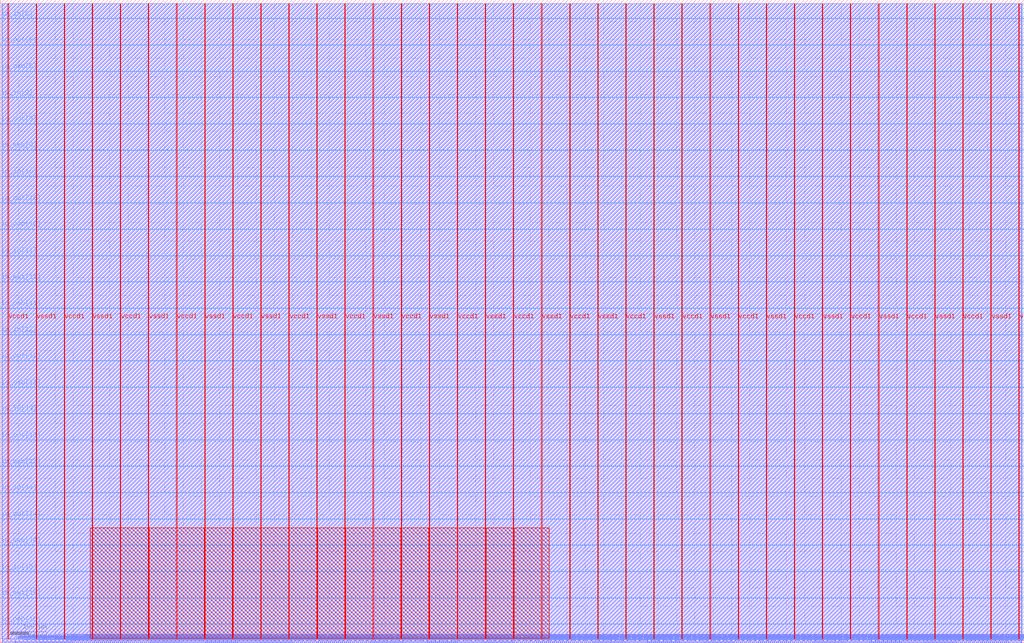
<source format=lef>
VERSION 5.7 ;
  NOWIREEXTENSIONATPIN ON ;
  DIVIDERCHAR "/" ;
  BUSBITCHARS "[]" ;
MACRO user_proj_example
  CLASS BLOCK ;
  FOREIGN user_proj_example ;
  ORIGIN 0.000 0.000 ;
  SIZE 2800.000 BY 1760.000 ;
  PIN io_in[0]
    DIRECTION INPUT ;
    USE SIGNAL ;
    PORT
      LAYER met3 ;
        RECT 2796.000 50.360 2800.000 50.960 ;
    END
  END io_in[0]
  PIN io_in[10]
    DIRECTION INPUT ;
    USE SIGNAL ;
    PORT
      LAYER met3 ;
        RECT 0.000 1275.720 4.000 1276.320 ;
    END
  END io_in[10]
  PIN io_in[11]
    DIRECTION INPUT ;
    USE SIGNAL ;
    PORT
      LAYER met3 ;
        RECT 0.000 1059.480 4.000 1060.080 ;
    END
  END io_in[11]
  PIN io_in[12]
    DIRECTION INPUT ;
    USE SIGNAL ;
    PORT
      LAYER met3 ;
        RECT 0.000 843.240 4.000 843.840 ;
    END
  END io_in[12]
  PIN io_in[13]
    DIRECTION INPUT ;
    USE SIGNAL ;
    PORT
      LAYER met3 ;
        RECT 0.000 627.000 4.000 627.600 ;
    END
  END io_in[13]
  PIN io_in[14]
    DIRECTION INPUT ;
    USE SIGNAL ;
    PORT
      LAYER met3 ;
        RECT 0.000 410.760 4.000 411.360 ;
    END
  END io_in[14]
  PIN io_in[15]
    DIRECTION INPUT ;
    USE SIGNAL ;
    PORT
      LAYER met3 ;
        RECT 0.000 194.520 4.000 195.120 ;
    END
  END io_in[15]
  PIN io_in[1]
    DIRECTION INPUT ;
    USE SIGNAL ;
    PORT
      LAYER met3 ;
        RECT 2796.000 266.600 2800.000 267.200 ;
    END
  END io_in[1]
  PIN io_in[2]
    DIRECTION INPUT ;
    USE SIGNAL ;
    PORT
      LAYER met3 ;
        RECT 2796.000 482.840 2800.000 483.440 ;
    END
  END io_in[2]
  PIN io_in[3]
    DIRECTION INPUT ;
    USE SIGNAL ;
    PORT
      LAYER met3 ;
        RECT 2796.000 699.080 2800.000 699.680 ;
    END
  END io_in[3]
  PIN io_in[4]
    DIRECTION INPUT ;
    USE SIGNAL ;
    PORT
      LAYER met3 ;
        RECT 2796.000 915.320 2800.000 915.920 ;
    END
  END io_in[4]
  PIN io_in[5]
    DIRECTION INPUT ;
    USE SIGNAL ;
    PORT
      LAYER met3 ;
        RECT 2796.000 1131.560 2800.000 1132.160 ;
    END
  END io_in[5]
  PIN io_in[6]
    DIRECTION INPUT ;
    USE SIGNAL ;
    PORT
      LAYER met3 ;
        RECT 2796.000 1347.800 2800.000 1348.400 ;
    END
  END io_in[6]
  PIN io_in[7]
    DIRECTION INPUT ;
    USE SIGNAL ;
    PORT
      LAYER met3 ;
        RECT 2796.000 1564.040 2800.000 1564.640 ;
    END
  END io_in[7]
  PIN io_in[8]
    DIRECTION INPUT ;
    USE SIGNAL ;
    PORT
      LAYER met3 ;
        RECT 0.000 1708.200 4.000 1708.800 ;
    END
  END io_in[8]
  PIN io_in[9]
    DIRECTION INPUT ;
    USE SIGNAL ;
    PORT
      LAYER met3 ;
        RECT 0.000 1491.960 4.000 1492.560 ;
    END
  END io_in[9]
  PIN io_oeb[0]
    DIRECTION OUTPUT TRISTATE ;
    USE SIGNAL ;
    ANTENNADIFFAREA 2.673000 ;
    PORT
      LAYER met3 ;
        RECT 2796.000 194.520 2800.000 195.120 ;
    END
  END io_oeb[0]
  PIN io_oeb[10]
    DIRECTION OUTPUT TRISTATE ;
    USE SIGNAL ;
    ANTENNADIFFAREA 2.673000 ;
    PORT
      LAYER met3 ;
        RECT 0.000 1131.560 4.000 1132.160 ;
    END
  END io_oeb[10]
  PIN io_oeb[11]
    DIRECTION OUTPUT TRISTATE ;
    USE SIGNAL ;
    ANTENNADIFFAREA 2.673000 ;
    PORT
      LAYER met3 ;
        RECT 0.000 915.320 4.000 915.920 ;
    END
  END io_oeb[11]
  PIN io_oeb[12]
    DIRECTION OUTPUT TRISTATE ;
    USE SIGNAL ;
    ANTENNADIFFAREA 2.673000 ;
    PORT
      LAYER met3 ;
        RECT 0.000 699.080 4.000 699.680 ;
    END
  END io_oeb[12]
  PIN io_oeb[13]
    DIRECTION OUTPUT TRISTATE ;
    USE SIGNAL ;
    ANTENNADIFFAREA 2.673000 ;
    PORT
      LAYER met3 ;
        RECT 0.000 482.840 4.000 483.440 ;
    END
  END io_oeb[13]
  PIN io_oeb[14]
    DIRECTION OUTPUT TRISTATE ;
    USE SIGNAL ;
    ANTENNADIFFAREA 2.673000 ;
    PORT
      LAYER met3 ;
        RECT 0.000 266.600 4.000 267.200 ;
    END
  END io_oeb[14]
  PIN io_oeb[15]
    DIRECTION OUTPUT TRISTATE ;
    USE SIGNAL ;
    ANTENNADIFFAREA 2.673000 ;
    PORT
      LAYER met3 ;
        RECT 0.000 50.360 4.000 50.960 ;
    END
  END io_oeb[15]
  PIN io_oeb[1]
    DIRECTION OUTPUT TRISTATE ;
    USE SIGNAL ;
    ANTENNADIFFAREA 2.673000 ;
    PORT
      LAYER met3 ;
        RECT 2796.000 410.760 2800.000 411.360 ;
    END
  END io_oeb[1]
  PIN io_oeb[2]
    DIRECTION OUTPUT TRISTATE ;
    USE SIGNAL ;
    ANTENNADIFFAREA 2.673000 ;
    PORT
      LAYER met3 ;
        RECT 2796.000 627.000 2800.000 627.600 ;
    END
  END io_oeb[2]
  PIN io_oeb[3]
    DIRECTION OUTPUT TRISTATE ;
    USE SIGNAL ;
    ANTENNADIFFAREA 2.673000 ;
    PORT
      LAYER met3 ;
        RECT 2796.000 843.240 2800.000 843.840 ;
    END
  END io_oeb[3]
  PIN io_oeb[4]
    DIRECTION OUTPUT TRISTATE ;
    USE SIGNAL ;
    ANTENNADIFFAREA 2.673000 ;
    PORT
      LAYER met3 ;
        RECT 2796.000 1059.480 2800.000 1060.080 ;
    END
  END io_oeb[4]
  PIN io_oeb[5]
    DIRECTION OUTPUT TRISTATE ;
    USE SIGNAL ;
    ANTENNADIFFAREA 2.673000 ;
    PORT
      LAYER met3 ;
        RECT 2796.000 1275.720 2800.000 1276.320 ;
    END
  END io_oeb[5]
  PIN io_oeb[6]
    DIRECTION OUTPUT TRISTATE ;
    USE SIGNAL ;
    ANTENNADIFFAREA 2.673000 ;
    PORT
      LAYER met3 ;
        RECT 2796.000 1491.960 2800.000 1492.560 ;
    END
  END io_oeb[6]
  PIN io_oeb[7]
    DIRECTION OUTPUT TRISTATE ;
    USE SIGNAL ;
    ANTENNADIFFAREA 2.673000 ;
    PORT
      LAYER met3 ;
        RECT 2796.000 1708.200 2800.000 1708.800 ;
    END
  END io_oeb[7]
  PIN io_oeb[8]
    DIRECTION OUTPUT TRISTATE ;
    USE SIGNAL ;
    ANTENNADIFFAREA 2.673000 ;
    PORT
      LAYER met3 ;
        RECT 0.000 1564.040 4.000 1564.640 ;
    END
  END io_oeb[8]
  PIN io_oeb[9]
    DIRECTION OUTPUT TRISTATE ;
    USE SIGNAL ;
    ANTENNADIFFAREA 2.673000 ;
    PORT
      LAYER met3 ;
        RECT 0.000 1347.800 4.000 1348.400 ;
    END
  END io_oeb[9]
  PIN io_out[0]
    DIRECTION OUTPUT TRISTATE ;
    USE SIGNAL ;
    ANTENNADIFFAREA 2.673000 ;
    PORT
      LAYER met3 ;
        RECT 2796.000 122.440 2800.000 123.040 ;
    END
  END io_out[0]
  PIN io_out[10]
    DIRECTION OUTPUT TRISTATE ;
    USE SIGNAL ;
    ANTENNADIFFAREA 2.673000 ;
    PORT
      LAYER met3 ;
        RECT 0.000 1203.640 4.000 1204.240 ;
    END
  END io_out[10]
  PIN io_out[11]
    DIRECTION OUTPUT TRISTATE ;
    USE SIGNAL ;
    ANTENNADIFFAREA 2.673000 ;
    PORT
      LAYER met3 ;
        RECT 0.000 987.400 4.000 988.000 ;
    END
  END io_out[11]
  PIN io_out[12]
    DIRECTION OUTPUT TRISTATE ;
    USE SIGNAL ;
    ANTENNADIFFAREA 2.673000 ;
    PORT
      LAYER met3 ;
        RECT 0.000 771.160 4.000 771.760 ;
    END
  END io_out[12]
  PIN io_out[13]
    DIRECTION OUTPUT TRISTATE ;
    USE SIGNAL ;
    ANTENNADIFFAREA 2.673000 ;
    PORT
      LAYER met3 ;
        RECT 0.000 554.920 4.000 555.520 ;
    END
  END io_out[13]
  PIN io_out[14]
    DIRECTION OUTPUT TRISTATE ;
    USE SIGNAL ;
    ANTENNADIFFAREA 2.673000 ;
    PORT
      LAYER met3 ;
        RECT 0.000 338.680 4.000 339.280 ;
    END
  END io_out[14]
  PIN io_out[15]
    DIRECTION OUTPUT TRISTATE ;
    USE SIGNAL ;
    ANTENNADIFFAREA 2.673000 ;
    PORT
      LAYER met3 ;
        RECT 0.000 122.440 4.000 123.040 ;
    END
  END io_out[15]
  PIN io_out[1]
    DIRECTION OUTPUT TRISTATE ;
    USE SIGNAL ;
    ANTENNADIFFAREA 2.673000 ;
    PORT
      LAYER met3 ;
        RECT 2796.000 338.680 2800.000 339.280 ;
    END
  END io_out[1]
  PIN io_out[2]
    DIRECTION OUTPUT TRISTATE ;
    USE SIGNAL ;
    ANTENNADIFFAREA 2.673000 ;
    PORT
      LAYER met3 ;
        RECT 2796.000 554.920 2800.000 555.520 ;
    END
  END io_out[2]
  PIN io_out[3]
    DIRECTION OUTPUT TRISTATE ;
    USE SIGNAL ;
    ANTENNADIFFAREA 2.673000 ;
    PORT
      LAYER met3 ;
        RECT 2796.000 771.160 2800.000 771.760 ;
    END
  END io_out[3]
  PIN io_out[4]
    DIRECTION OUTPUT TRISTATE ;
    USE SIGNAL ;
    ANTENNADIFFAREA 2.673000 ;
    PORT
      LAYER met3 ;
        RECT 2796.000 987.400 2800.000 988.000 ;
    END
  END io_out[4]
  PIN io_out[5]
    DIRECTION OUTPUT TRISTATE ;
    USE SIGNAL ;
    ANTENNADIFFAREA 2.673000 ;
    PORT
      LAYER met3 ;
        RECT 2796.000 1203.640 2800.000 1204.240 ;
    END
  END io_out[5]
  PIN io_out[6]
    DIRECTION OUTPUT TRISTATE ;
    USE SIGNAL ;
    ANTENNADIFFAREA 2.673000 ;
    PORT
      LAYER met3 ;
        RECT 2796.000 1419.880 2800.000 1420.480 ;
    END
  END io_out[6]
  PIN io_out[7]
    DIRECTION OUTPUT TRISTATE ;
    USE SIGNAL ;
    ANTENNADIFFAREA 2.673000 ;
    PORT
      LAYER met3 ;
        RECT 2796.000 1636.120 2800.000 1636.720 ;
    END
  END io_out[7]
  PIN io_out[8]
    DIRECTION OUTPUT TRISTATE ;
    USE SIGNAL ;
    ANTENNADIFFAREA 2.673000 ;
    PORT
      LAYER met3 ;
        RECT 0.000 1636.120 4.000 1636.720 ;
    END
  END io_out[8]
  PIN io_out[9]
    DIRECTION OUTPUT TRISTATE ;
    USE SIGNAL ;
    ANTENNADIFFAREA 2.673000 ;
    PORT
      LAYER met3 ;
        RECT 0.000 1419.880 4.000 1420.480 ;
    END
  END io_out[9]
  PIN irq[0]
    DIRECTION OUTPUT TRISTATE ;
    USE SIGNAL ;
    PORT
      LAYER met2 ;
        RECT 2746.750 0.000 2747.030 4.000 ;
    END
  END irq[0]
  PIN irq[1]
    DIRECTION OUTPUT TRISTATE ;
    USE SIGNAL ;
    PORT
      LAYER met2 ;
        RECT 2752.270 0.000 2752.550 4.000 ;
    END
  END irq[1]
  PIN irq[2]
    DIRECTION OUTPUT TRISTATE ;
    USE SIGNAL ;
    PORT
      LAYER met2 ;
        RECT 2757.790 0.000 2758.070 4.000 ;
    END
  END irq[2]
  PIN la_data_in[0]
    DIRECTION INPUT ;
    USE SIGNAL ;
    PORT
      LAYER met2 ;
        RECT 627.070 0.000 627.350 4.000 ;
    END
  END la_data_in[0]
  PIN la_data_in[100]
    DIRECTION INPUT ;
    USE SIGNAL ;
    PORT
      LAYER met2 ;
        RECT 2283.070 0.000 2283.350 4.000 ;
    END
  END la_data_in[100]
  PIN la_data_in[101]
    DIRECTION INPUT ;
    USE SIGNAL ;
    PORT
      LAYER met2 ;
        RECT 2299.630 0.000 2299.910 4.000 ;
    END
  END la_data_in[101]
  PIN la_data_in[102]
    DIRECTION INPUT ;
    USE SIGNAL ;
    PORT
      LAYER met2 ;
        RECT 2316.190 0.000 2316.470 4.000 ;
    END
  END la_data_in[102]
  PIN la_data_in[103]
    DIRECTION INPUT ;
    USE SIGNAL ;
    PORT
      LAYER met2 ;
        RECT 2332.750 0.000 2333.030 4.000 ;
    END
  END la_data_in[103]
  PIN la_data_in[104]
    DIRECTION INPUT ;
    USE SIGNAL ;
    PORT
      LAYER met2 ;
        RECT 2349.310 0.000 2349.590 4.000 ;
    END
  END la_data_in[104]
  PIN la_data_in[105]
    DIRECTION INPUT ;
    USE SIGNAL ;
    PORT
      LAYER met2 ;
        RECT 2365.870 0.000 2366.150 4.000 ;
    END
  END la_data_in[105]
  PIN la_data_in[106]
    DIRECTION INPUT ;
    USE SIGNAL ;
    PORT
      LAYER met2 ;
        RECT 2382.430 0.000 2382.710 4.000 ;
    END
  END la_data_in[106]
  PIN la_data_in[107]
    DIRECTION INPUT ;
    USE SIGNAL ;
    PORT
      LAYER met2 ;
        RECT 2398.990 0.000 2399.270 4.000 ;
    END
  END la_data_in[107]
  PIN la_data_in[108]
    DIRECTION INPUT ;
    USE SIGNAL ;
    PORT
      LAYER met2 ;
        RECT 2415.550 0.000 2415.830 4.000 ;
    END
  END la_data_in[108]
  PIN la_data_in[109]
    DIRECTION INPUT ;
    USE SIGNAL ;
    PORT
      LAYER met2 ;
        RECT 2432.110 0.000 2432.390 4.000 ;
    END
  END la_data_in[109]
  PIN la_data_in[10]
    DIRECTION INPUT ;
    USE SIGNAL ;
    PORT
      LAYER met2 ;
        RECT 792.670 0.000 792.950 4.000 ;
    END
  END la_data_in[10]
  PIN la_data_in[110]
    DIRECTION INPUT ;
    USE SIGNAL ;
    PORT
      LAYER met2 ;
        RECT 2448.670 0.000 2448.950 4.000 ;
    END
  END la_data_in[110]
  PIN la_data_in[111]
    DIRECTION INPUT ;
    USE SIGNAL ;
    PORT
      LAYER met2 ;
        RECT 2465.230 0.000 2465.510 4.000 ;
    END
  END la_data_in[111]
  PIN la_data_in[112]
    DIRECTION INPUT ;
    USE SIGNAL ;
    PORT
      LAYER met2 ;
        RECT 2481.790 0.000 2482.070 4.000 ;
    END
  END la_data_in[112]
  PIN la_data_in[113]
    DIRECTION INPUT ;
    USE SIGNAL ;
    PORT
      LAYER met2 ;
        RECT 2498.350 0.000 2498.630 4.000 ;
    END
  END la_data_in[113]
  PIN la_data_in[114]
    DIRECTION INPUT ;
    USE SIGNAL ;
    PORT
      LAYER met2 ;
        RECT 2514.910 0.000 2515.190 4.000 ;
    END
  END la_data_in[114]
  PIN la_data_in[115]
    DIRECTION INPUT ;
    USE SIGNAL ;
    PORT
      LAYER met2 ;
        RECT 2531.470 0.000 2531.750 4.000 ;
    END
  END la_data_in[115]
  PIN la_data_in[116]
    DIRECTION INPUT ;
    USE SIGNAL ;
    PORT
      LAYER met2 ;
        RECT 2548.030 0.000 2548.310 4.000 ;
    END
  END la_data_in[116]
  PIN la_data_in[117]
    DIRECTION INPUT ;
    USE SIGNAL ;
    PORT
      LAYER met2 ;
        RECT 2564.590 0.000 2564.870 4.000 ;
    END
  END la_data_in[117]
  PIN la_data_in[118]
    DIRECTION INPUT ;
    USE SIGNAL ;
    PORT
      LAYER met2 ;
        RECT 2581.150 0.000 2581.430 4.000 ;
    END
  END la_data_in[118]
  PIN la_data_in[119]
    DIRECTION INPUT ;
    USE SIGNAL ;
    PORT
      LAYER met2 ;
        RECT 2597.710 0.000 2597.990 4.000 ;
    END
  END la_data_in[119]
  PIN la_data_in[11]
    DIRECTION INPUT ;
    USE SIGNAL ;
    PORT
      LAYER met2 ;
        RECT 809.230 0.000 809.510 4.000 ;
    END
  END la_data_in[11]
  PIN la_data_in[120]
    DIRECTION INPUT ;
    USE SIGNAL ;
    PORT
      LAYER met2 ;
        RECT 2614.270 0.000 2614.550 4.000 ;
    END
  END la_data_in[120]
  PIN la_data_in[121]
    DIRECTION INPUT ;
    USE SIGNAL ;
    PORT
      LAYER met2 ;
        RECT 2630.830 0.000 2631.110 4.000 ;
    END
  END la_data_in[121]
  PIN la_data_in[122]
    DIRECTION INPUT ;
    USE SIGNAL ;
    PORT
      LAYER met2 ;
        RECT 2647.390 0.000 2647.670 4.000 ;
    END
  END la_data_in[122]
  PIN la_data_in[123]
    DIRECTION INPUT ;
    USE SIGNAL ;
    PORT
      LAYER met2 ;
        RECT 2663.950 0.000 2664.230 4.000 ;
    END
  END la_data_in[123]
  PIN la_data_in[124]
    DIRECTION INPUT ;
    USE SIGNAL ;
    PORT
      LAYER met2 ;
        RECT 2680.510 0.000 2680.790 4.000 ;
    END
  END la_data_in[124]
  PIN la_data_in[125]
    DIRECTION INPUT ;
    USE SIGNAL ;
    PORT
      LAYER met2 ;
        RECT 2697.070 0.000 2697.350 4.000 ;
    END
  END la_data_in[125]
  PIN la_data_in[126]
    DIRECTION INPUT ;
    USE SIGNAL ;
    PORT
      LAYER met2 ;
        RECT 2713.630 0.000 2713.910 4.000 ;
    END
  END la_data_in[126]
  PIN la_data_in[127]
    DIRECTION INPUT ;
    USE SIGNAL ;
    PORT
      LAYER met2 ;
        RECT 2730.190 0.000 2730.470 4.000 ;
    END
  END la_data_in[127]
  PIN la_data_in[12]
    DIRECTION INPUT ;
    USE SIGNAL ;
    PORT
      LAYER met2 ;
        RECT 825.790 0.000 826.070 4.000 ;
    END
  END la_data_in[12]
  PIN la_data_in[13]
    DIRECTION INPUT ;
    USE SIGNAL ;
    PORT
      LAYER met2 ;
        RECT 842.350 0.000 842.630 4.000 ;
    END
  END la_data_in[13]
  PIN la_data_in[14]
    DIRECTION INPUT ;
    USE SIGNAL ;
    PORT
      LAYER met2 ;
        RECT 858.910 0.000 859.190 4.000 ;
    END
  END la_data_in[14]
  PIN la_data_in[15]
    DIRECTION INPUT ;
    USE SIGNAL ;
    PORT
      LAYER met2 ;
        RECT 875.470 0.000 875.750 4.000 ;
    END
  END la_data_in[15]
  PIN la_data_in[16]
    DIRECTION INPUT ;
    USE SIGNAL ;
    PORT
      LAYER met2 ;
        RECT 892.030 0.000 892.310 4.000 ;
    END
  END la_data_in[16]
  PIN la_data_in[17]
    DIRECTION INPUT ;
    USE SIGNAL ;
    PORT
      LAYER met2 ;
        RECT 908.590 0.000 908.870 4.000 ;
    END
  END la_data_in[17]
  PIN la_data_in[18]
    DIRECTION INPUT ;
    USE SIGNAL ;
    PORT
      LAYER met2 ;
        RECT 925.150 0.000 925.430 4.000 ;
    END
  END la_data_in[18]
  PIN la_data_in[19]
    DIRECTION INPUT ;
    USE SIGNAL ;
    PORT
      LAYER met2 ;
        RECT 941.710 0.000 941.990 4.000 ;
    END
  END la_data_in[19]
  PIN la_data_in[1]
    DIRECTION INPUT ;
    USE SIGNAL ;
    PORT
      LAYER met2 ;
        RECT 643.630 0.000 643.910 4.000 ;
    END
  END la_data_in[1]
  PIN la_data_in[20]
    DIRECTION INPUT ;
    USE SIGNAL ;
    PORT
      LAYER met2 ;
        RECT 958.270 0.000 958.550 4.000 ;
    END
  END la_data_in[20]
  PIN la_data_in[21]
    DIRECTION INPUT ;
    USE SIGNAL ;
    PORT
      LAYER met2 ;
        RECT 974.830 0.000 975.110 4.000 ;
    END
  END la_data_in[21]
  PIN la_data_in[22]
    DIRECTION INPUT ;
    USE SIGNAL ;
    PORT
      LAYER met2 ;
        RECT 991.390 0.000 991.670 4.000 ;
    END
  END la_data_in[22]
  PIN la_data_in[23]
    DIRECTION INPUT ;
    USE SIGNAL ;
    PORT
      LAYER met2 ;
        RECT 1007.950 0.000 1008.230 4.000 ;
    END
  END la_data_in[23]
  PIN la_data_in[24]
    DIRECTION INPUT ;
    USE SIGNAL ;
    PORT
      LAYER met2 ;
        RECT 1024.510 0.000 1024.790 4.000 ;
    END
  END la_data_in[24]
  PIN la_data_in[25]
    DIRECTION INPUT ;
    USE SIGNAL ;
    PORT
      LAYER met2 ;
        RECT 1041.070 0.000 1041.350 4.000 ;
    END
  END la_data_in[25]
  PIN la_data_in[26]
    DIRECTION INPUT ;
    USE SIGNAL ;
    PORT
      LAYER met2 ;
        RECT 1057.630 0.000 1057.910 4.000 ;
    END
  END la_data_in[26]
  PIN la_data_in[27]
    DIRECTION INPUT ;
    USE SIGNAL ;
    PORT
      LAYER met2 ;
        RECT 1074.190 0.000 1074.470 4.000 ;
    END
  END la_data_in[27]
  PIN la_data_in[28]
    DIRECTION INPUT ;
    USE SIGNAL ;
    PORT
      LAYER met2 ;
        RECT 1090.750 0.000 1091.030 4.000 ;
    END
  END la_data_in[28]
  PIN la_data_in[29]
    DIRECTION INPUT ;
    USE SIGNAL ;
    PORT
      LAYER met2 ;
        RECT 1107.310 0.000 1107.590 4.000 ;
    END
  END la_data_in[29]
  PIN la_data_in[2]
    DIRECTION INPUT ;
    USE SIGNAL ;
    PORT
      LAYER met2 ;
        RECT 660.190 0.000 660.470 4.000 ;
    END
  END la_data_in[2]
  PIN la_data_in[30]
    DIRECTION INPUT ;
    USE SIGNAL ;
    PORT
      LAYER met2 ;
        RECT 1123.870 0.000 1124.150 4.000 ;
    END
  END la_data_in[30]
  PIN la_data_in[31]
    DIRECTION INPUT ;
    USE SIGNAL ;
    PORT
      LAYER met2 ;
        RECT 1140.430 0.000 1140.710 4.000 ;
    END
  END la_data_in[31]
  PIN la_data_in[32]
    DIRECTION INPUT ;
    USE SIGNAL ;
    PORT
      LAYER met2 ;
        RECT 1156.990 0.000 1157.270 4.000 ;
    END
  END la_data_in[32]
  PIN la_data_in[33]
    DIRECTION INPUT ;
    USE SIGNAL ;
    PORT
      LAYER met2 ;
        RECT 1173.550 0.000 1173.830 4.000 ;
    END
  END la_data_in[33]
  PIN la_data_in[34]
    DIRECTION INPUT ;
    USE SIGNAL ;
    PORT
      LAYER met2 ;
        RECT 1190.110 0.000 1190.390 4.000 ;
    END
  END la_data_in[34]
  PIN la_data_in[35]
    DIRECTION INPUT ;
    USE SIGNAL ;
    PORT
      LAYER met2 ;
        RECT 1206.670 0.000 1206.950 4.000 ;
    END
  END la_data_in[35]
  PIN la_data_in[36]
    DIRECTION INPUT ;
    USE SIGNAL ;
    PORT
      LAYER met2 ;
        RECT 1223.230 0.000 1223.510 4.000 ;
    END
  END la_data_in[36]
  PIN la_data_in[37]
    DIRECTION INPUT ;
    USE SIGNAL ;
    PORT
      LAYER met2 ;
        RECT 1239.790 0.000 1240.070 4.000 ;
    END
  END la_data_in[37]
  PIN la_data_in[38]
    DIRECTION INPUT ;
    USE SIGNAL ;
    PORT
      LAYER met2 ;
        RECT 1256.350 0.000 1256.630 4.000 ;
    END
  END la_data_in[38]
  PIN la_data_in[39]
    DIRECTION INPUT ;
    USE SIGNAL ;
    PORT
      LAYER met2 ;
        RECT 1272.910 0.000 1273.190 4.000 ;
    END
  END la_data_in[39]
  PIN la_data_in[3]
    DIRECTION INPUT ;
    USE SIGNAL ;
    PORT
      LAYER met2 ;
        RECT 676.750 0.000 677.030 4.000 ;
    END
  END la_data_in[3]
  PIN la_data_in[40]
    DIRECTION INPUT ;
    USE SIGNAL ;
    PORT
      LAYER met2 ;
        RECT 1289.470 0.000 1289.750 4.000 ;
    END
  END la_data_in[40]
  PIN la_data_in[41]
    DIRECTION INPUT ;
    USE SIGNAL ;
    PORT
      LAYER met2 ;
        RECT 1306.030 0.000 1306.310 4.000 ;
    END
  END la_data_in[41]
  PIN la_data_in[42]
    DIRECTION INPUT ;
    USE SIGNAL ;
    PORT
      LAYER met2 ;
        RECT 1322.590 0.000 1322.870 4.000 ;
    END
  END la_data_in[42]
  PIN la_data_in[43]
    DIRECTION INPUT ;
    USE SIGNAL ;
    PORT
      LAYER met2 ;
        RECT 1339.150 0.000 1339.430 4.000 ;
    END
  END la_data_in[43]
  PIN la_data_in[44]
    DIRECTION INPUT ;
    USE SIGNAL ;
    PORT
      LAYER met2 ;
        RECT 1355.710 0.000 1355.990 4.000 ;
    END
  END la_data_in[44]
  PIN la_data_in[45]
    DIRECTION INPUT ;
    USE SIGNAL ;
    PORT
      LAYER met2 ;
        RECT 1372.270 0.000 1372.550 4.000 ;
    END
  END la_data_in[45]
  PIN la_data_in[46]
    DIRECTION INPUT ;
    USE SIGNAL ;
    PORT
      LAYER met2 ;
        RECT 1388.830 0.000 1389.110 4.000 ;
    END
  END la_data_in[46]
  PIN la_data_in[47]
    DIRECTION INPUT ;
    USE SIGNAL ;
    PORT
      LAYER met2 ;
        RECT 1405.390 0.000 1405.670 4.000 ;
    END
  END la_data_in[47]
  PIN la_data_in[48]
    DIRECTION INPUT ;
    USE SIGNAL ;
    ANTENNAGATEAREA 0.126000 ;
    PORT
      LAYER met2 ;
        RECT 1421.950 0.000 1422.230 4.000 ;
    END
  END la_data_in[48]
  PIN la_data_in[49]
    DIRECTION INPUT ;
    USE SIGNAL ;
    ANTENNAGATEAREA 0.126000 ;
    PORT
      LAYER met2 ;
        RECT 1438.510 0.000 1438.790 4.000 ;
    END
  END la_data_in[49]
  PIN la_data_in[4]
    DIRECTION INPUT ;
    USE SIGNAL ;
    PORT
      LAYER met2 ;
        RECT 693.310 0.000 693.590 4.000 ;
    END
  END la_data_in[4]
  PIN la_data_in[50]
    DIRECTION INPUT ;
    USE SIGNAL ;
    ANTENNAGATEAREA 0.126000 ;
    PORT
      LAYER met2 ;
        RECT 1455.070 0.000 1455.350 4.000 ;
    END
  END la_data_in[50]
  PIN la_data_in[51]
    DIRECTION INPUT ;
    USE SIGNAL ;
    ANTENNAGATEAREA 0.126000 ;
    PORT
      LAYER met2 ;
        RECT 1471.630 0.000 1471.910 4.000 ;
    END
  END la_data_in[51]
  PIN la_data_in[52]
    DIRECTION INPUT ;
    USE SIGNAL ;
    ANTENNAGATEAREA 0.126000 ;
    PORT
      LAYER met2 ;
        RECT 1488.190 0.000 1488.470 4.000 ;
    END
  END la_data_in[52]
  PIN la_data_in[53]
    DIRECTION INPUT ;
    USE SIGNAL ;
    ANTENNAGATEAREA 0.126000 ;
    PORT
      LAYER met2 ;
        RECT 1504.750 0.000 1505.030 4.000 ;
    END
  END la_data_in[53]
  PIN la_data_in[54]
    DIRECTION INPUT ;
    USE SIGNAL ;
    ANTENNAGATEAREA 0.126000 ;
    PORT
      LAYER met2 ;
        RECT 1521.310 0.000 1521.590 4.000 ;
    END
  END la_data_in[54]
  PIN la_data_in[55]
    DIRECTION INPUT ;
    USE SIGNAL ;
    ANTENNAGATEAREA 0.126000 ;
    PORT
      LAYER met2 ;
        RECT 1537.870 0.000 1538.150 4.000 ;
    END
  END la_data_in[55]
  PIN la_data_in[56]
    DIRECTION INPUT ;
    USE SIGNAL ;
    ANTENNAGATEAREA 0.126000 ;
    PORT
      LAYER met2 ;
        RECT 1554.430 0.000 1554.710 4.000 ;
    END
  END la_data_in[56]
  PIN la_data_in[57]
    DIRECTION INPUT ;
    USE SIGNAL ;
    ANTENNAGATEAREA 0.126000 ;
    PORT
      LAYER met2 ;
        RECT 1570.990 0.000 1571.270 4.000 ;
    END
  END la_data_in[57]
  PIN la_data_in[58]
    DIRECTION INPUT ;
    USE SIGNAL ;
    ANTENNAGATEAREA 0.126000 ;
    PORT
      LAYER met2 ;
        RECT 1587.550 0.000 1587.830 4.000 ;
    END
  END la_data_in[58]
  PIN la_data_in[59]
    DIRECTION INPUT ;
    USE SIGNAL ;
    ANTENNAGATEAREA 0.126000 ;
    PORT
      LAYER met2 ;
        RECT 1604.110 0.000 1604.390 4.000 ;
    END
  END la_data_in[59]
  PIN la_data_in[5]
    DIRECTION INPUT ;
    USE SIGNAL ;
    PORT
      LAYER met2 ;
        RECT 709.870 0.000 710.150 4.000 ;
    END
  END la_data_in[5]
  PIN la_data_in[60]
    DIRECTION INPUT ;
    USE SIGNAL ;
    ANTENNAGATEAREA 0.126000 ;
    PORT
      LAYER met2 ;
        RECT 1620.670 0.000 1620.950 4.000 ;
    END
  END la_data_in[60]
  PIN la_data_in[61]
    DIRECTION INPUT ;
    USE SIGNAL ;
    ANTENNAGATEAREA 0.126000 ;
    PORT
      LAYER met2 ;
        RECT 1637.230 0.000 1637.510 4.000 ;
    END
  END la_data_in[61]
  PIN la_data_in[62]
    DIRECTION INPUT ;
    USE SIGNAL ;
    ANTENNAGATEAREA 0.126000 ;
    PORT
      LAYER met2 ;
        RECT 1653.790 0.000 1654.070 4.000 ;
    END
  END la_data_in[62]
  PIN la_data_in[63]
    DIRECTION INPUT ;
    USE SIGNAL ;
    ANTENNAGATEAREA 0.126000 ;
    PORT
      LAYER met2 ;
        RECT 1670.350 0.000 1670.630 4.000 ;
    END
  END la_data_in[63]
  PIN la_data_in[64]
    DIRECTION INPUT ;
    USE SIGNAL ;
    ANTENNAGATEAREA 0.213000 ;
    PORT
      LAYER met2 ;
        RECT 1686.910 0.000 1687.190 4.000 ;
    END
  END la_data_in[64]
  PIN la_data_in[65]
    DIRECTION INPUT ;
    USE SIGNAL ;
    ANTENNAGATEAREA 0.126000 ;
    PORT
      LAYER met2 ;
        RECT 1703.470 0.000 1703.750 4.000 ;
    END
  END la_data_in[65]
  PIN la_data_in[66]
    DIRECTION INPUT ;
    USE SIGNAL ;
    PORT
      LAYER met2 ;
        RECT 1720.030 0.000 1720.310 4.000 ;
    END
  END la_data_in[66]
  PIN la_data_in[67]
    DIRECTION INPUT ;
    USE SIGNAL ;
    PORT
      LAYER met2 ;
        RECT 1736.590 0.000 1736.870 4.000 ;
    END
  END la_data_in[67]
  PIN la_data_in[68]
    DIRECTION INPUT ;
    USE SIGNAL ;
    PORT
      LAYER met2 ;
        RECT 1753.150 0.000 1753.430 4.000 ;
    END
  END la_data_in[68]
  PIN la_data_in[69]
    DIRECTION INPUT ;
    USE SIGNAL ;
    PORT
      LAYER met2 ;
        RECT 1769.710 0.000 1769.990 4.000 ;
    END
  END la_data_in[69]
  PIN la_data_in[6]
    DIRECTION INPUT ;
    USE SIGNAL ;
    PORT
      LAYER met2 ;
        RECT 726.430 0.000 726.710 4.000 ;
    END
  END la_data_in[6]
  PIN la_data_in[70]
    DIRECTION INPUT ;
    USE SIGNAL ;
    PORT
      LAYER met2 ;
        RECT 1786.270 0.000 1786.550 4.000 ;
    END
  END la_data_in[70]
  PIN la_data_in[71]
    DIRECTION INPUT ;
    USE SIGNAL ;
    PORT
      LAYER met2 ;
        RECT 1802.830 0.000 1803.110 4.000 ;
    END
  END la_data_in[71]
  PIN la_data_in[72]
    DIRECTION INPUT ;
    USE SIGNAL ;
    PORT
      LAYER met2 ;
        RECT 1819.390 0.000 1819.670 4.000 ;
    END
  END la_data_in[72]
  PIN la_data_in[73]
    DIRECTION INPUT ;
    USE SIGNAL ;
    PORT
      LAYER met2 ;
        RECT 1835.950 0.000 1836.230 4.000 ;
    END
  END la_data_in[73]
  PIN la_data_in[74]
    DIRECTION INPUT ;
    USE SIGNAL ;
    PORT
      LAYER met2 ;
        RECT 1852.510 0.000 1852.790 4.000 ;
    END
  END la_data_in[74]
  PIN la_data_in[75]
    DIRECTION INPUT ;
    USE SIGNAL ;
    PORT
      LAYER met2 ;
        RECT 1869.070 0.000 1869.350 4.000 ;
    END
  END la_data_in[75]
  PIN la_data_in[76]
    DIRECTION INPUT ;
    USE SIGNAL ;
    PORT
      LAYER met2 ;
        RECT 1885.630 0.000 1885.910 4.000 ;
    END
  END la_data_in[76]
  PIN la_data_in[77]
    DIRECTION INPUT ;
    USE SIGNAL ;
    PORT
      LAYER met2 ;
        RECT 1902.190 0.000 1902.470 4.000 ;
    END
  END la_data_in[77]
  PIN la_data_in[78]
    DIRECTION INPUT ;
    USE SIGNAL ;
    PORT
      LAYER met2 ;
        RECT 1918.750 0.000 1919.030 4.000 ;
    END
  END la_data_in[78]
  PIN la_data_in[79]
    DIRECTION INPUT ;
    USE SIGNAL ;
    PORT
      LAYER met2 ;
        RECT 1935.310 0.000 1935.590 4.000 ;
    END
  END la_data_in[79]
  PIN la_data_in[7]
    DIRECTION INPUT ;
    USE SIGNAL ;
    PORT
      LAYER met2 ;
        RECT 742.990 0.000 743.270 4.000 ;
    END
  END la_data_in[7]
  PIN la_data_in[80]
    DIRECTION INPUT ;
    USE SIGNAL ;
    PORT
      LAYER met2 ;
        RECT 1951.870 0.000 1952.150 4.000 ;
    END
  END la_data_in[80]
  PIN la_data_in[81]
    DIRECTION INPUT ;
    USE SIGNAL ;
    PORT
      LAYER met2 ;
        RECT 1968.430 0.000 1968.710 4.000 ;
    END
  END la_data_in[81]
  PIN la_data_in[82]
    DIRECTION INPUT ;
    USE SIGNAL ;
    PORT
      LAYER met2 ;
        RECT 1984.990 0.000 1985.270 4.000 ;
    END
  END la_data_in[82]
  PIN la_data_in[83]
    DIRECTION INPUT ;
    USE SIGNAL ;
    PORT
      LAYER met2 ;
        RECT 2001.550 0.000 2001.830 4.000 ;
    END
  END la_data_in[83]
  PIN la_data_in[84]
    DIRECTION INPUT ;
    USE SIGNAL ;
    PORT
      LAYER met2 ;
        RECT 2018.110 0.000 2018.390 4.000 ;
    END
  END la_data_in[84]
  PIN la_data_in[85]
    DIRECTION INPUT ;
    USE SIGNAL ;
    PORT
      LAYER met2 ;
        RECT 2034.670 0.000 2034.950 4.000 ;
    END
  END la_data_in[85]
  PIN la_data_in[86]
    DIRECTION INPUT ;
    USE SIGNAL ;
    PORT
      LAYER met2 ;
        RECT 2051.230 0.000 2051.510 4.000 ;
    END
  END la_data_in[86]
  PIN la_data_in[87]
    DIRECTION INPUT ;
    USE SIGNAL ;
    PORT
      LAYER met2 ;
        RECT 2067.790 0.000 2068.070 4.000 ;
    END
  END la_data_in[87]
  PIN la_data_in[88]
    DIRECTION INPUT ;
    USE SIGNAL ;
    PORT
      LAYER met2 ;
        RECT 2084.350 0.000 2084.630 4.000 ;
    END
  END la_data_in[88]
  PIN la_data_in[89]
    DIRECTION INPUT ;
    USE SIGNAL ;
    PORT
      LAYER met2 ;
        RECT 2100.910 0.000 2101.190 4.000 ;
    END
  END la_data_in[89]
  PIN la_data_in[8]
    DIRECTION INPUT ;
    USE SIGNAL ;
    PORT
      LAYER met2 ;
        RECT 759.550 0.000 759.830 4.000 ;
    END
  END la_data_in[8]
  PIN la_data_in[90]
    DIRECTION INPUT ;
    USE SIGNAL ;
    PORT
      LAYER met2 ;
        RECT 2117.470 0.000 2117.750 4.000 ;
    END
  END la_data_in[90]
  PIN la_data_in[91]
    DIRECTION INPUT ;
    USE SIGNAL ;
    PORT
      LAYER met2 ;
        RECT 2134.030 0.000 2134.310 4.000 ;
    END
  END la_data_in[91]
  PIN la_data_in[92]
    DIRECTION INPUT ;
    USE SIGNAL ;
    PORT
      LAYER met2 ;
        RECT 2150.590 0.000 2150.870 4.000 ;
    END
  END la_data_in[92]
  PIN la_data_in[93]
    DIRECTION INPUT ;
    USE SIGNAL ;
    PORT
      LAYER met2 ;
        RECT 2167.150 0.000 2167.430 4.000 ;
    END
  END la_data_in[93]
  PIN la_data_in[94]
    DIRECTION INPUT ;
    USE SIGNAL ;
    PORT
      LAYER met2 ;
        RECT 2183.710 0.000 2183.990 4.000 ;
    END
  END la_data_in[94]
  PIN la_data_in[95]
    DIRECTION INPUT ;
    USE SIGNAL ;
    PORT
      LAYER met2 ;
        RECT 2200.270 0.000 2200.550 4.000 ;
    END
  END la_data_in[95]
  PIN la_data_in[96]
    DIRECTION INPUT ;
    USE SIGNAL ;
    PORT
      LAYER met2 ;
        RECT 2216.830 0.000 2217.110 4.000 ;
    END
  END la_data_in[96]
  PIN la_data_in[97]
    DIRECTION INPUT ;
    USE SIGNAL ;
    PORT
      LAYER met2 ;
        RECT 2233.390 0.000 2233.670 4.000 ;
    END
  END la_data_in[97]
  PIN la_data_in[98]
    DIRECTION INPUT ;
    USE SIGNAL ;
    PORT
      LAYER met2 ;
        RECT 2249.950 0.000 2250.230 4.000 ;
    END
  END la_data_in[98]
  PIN la_data_in[99]
    DIRECTION INPUT ;
    USE SIGNAL ;
    PORT
      LAYER met2 ;
        RECT 2266.510 0.000 2266.790 4.000 ;
    END
  END la_data_in[99]
  PIN la_data_in[9]
    DIRECTION INPUT ;
    USE SIGNAL ;
    PORT
      LAYER met2 ;
        RECT 776.110 0.000 776.390 4.000 ;
    END
  END la_data_in[9]
  PIN la_data_out[0]
    DIRECTION OUTPUT TRISTATE ;
    USE SIGNAL ;
    ANTENNADIFFAREA 2.673000 ;
    PORT
      LAYER met2 ;
        RECT 632.590 0.000 632.870 4.000 ;
    END
  END la_data_out[0]
  PIN la_data_out[100]
    DIRECTION OUTPUT TRISTATE ;
    USE SIGNAL ;
    PORT
      LAYER met2 ;
        RECT 2288.590 0.000 2288.870 4.000 ;
    END
  END la_data_out[100]
  PIN la_data_out[101]
    DIRECTION OUTPUT TRISTATE ;
    USE SIGNAL ;
    PORT
      LAYER met2 ;
        RECT 2305.150 0.000 2305.430 4.000 ;
    END
  END la_data_out[101]
  PIN la_data_out[102]
    DIRECTION OUTPUT TRISTATE ;
    USE SIGNAL ;
    PORT
      LAYER met2 ;
        RECT 2321.710 0.000 2321.990 4.000 ;
    END
  END la_data_out[102]
  PIN la_data_out[103]
    DIRECTION OUTPUT TRISTATE ;
    USE SIGNAL ;
    PORT
      LAYER met2 ;
        RECT 2338.270 0.000 2338.550 4.000 ;
    END
  END la_data_out[103]
  PIN la_data_out[104]
    DIRECTION OUTPUT TRISTATE ;
    USE SIGNAL ;
    PORT
      LAYER met2 ;
        RECT 2354.830 0.000 2355.110 4.000 ;
    END
  END la_data_out[104]
  PIN la_data_out[105]
    DIRECTION OUTPUT TRISTATE ;
    USE SIGNAL ;
    PORT
      LAYER met2 ;
        RECT 2371.390 0.000 2371.670 4.000 ;
    END
  END la_data_out[105]
  PIN la_data_out[106]
    DIRECTION OUTPUT TRISTATE ;
    USE SIGNAL ;
    PORT
      LAYER met2 ;
        RECT 2387.950 0.000 2388.230 4.000 ;
    END
  END la_data_out[106]
  PIN la_data_out[107]
    DIRECTION OUTPUT TRISTATE ;
    USE SIGNAL ;
    PORT
      LAYER met2 ;
        RECT 2404.510 0.000 2404.790 4.000 ;
    END
  END la_data_out[107]
  PIN la_data_out[108]
    DIRECTION OUTPUT TRISTATE ;
    USE SIGNAL ;
    PORT
      LAYER met2 ;
        RECT 2421.070 0.000 2421.350 4.000 ;
    END
  END la_data_out[108]
  PIN la_data_out[109]
    DIRECTION OUTPUT TRISTATE ;
    USE SIGNAL ;
    PORT
      LAYER met2 ;
        RECT 2437.630 0.000 2437.910 4.000 ;
    END
  END la_data_out[109]
  PIN la_data_out[10]
    DIRECTION OUTPUT TRISTATE ;
    USE SIGNAL ;
    ANTENNADIFFAREA 2.673000 ;
    PORT
      LAYER met2 ;
        RECT 798.190 0.000 798.470 4.000 ;
    END
  END la_data_out[10]
  PIN la_data_out[110]
    DIRECTION OUTPUT TRISTATE ;
    USE SIGNAL ;
    PORT
      LAYER met2 ;
        RECT 2454.190 0.000 2454.470 4.000 ;
    END
  END la_data_out[110]
  PIN la_data_out[111]
    DIRECTION OUTPUT TRISTATE ;
    USE SIGNAL ;
    PORT
      LAYER met2 ;
        RECT 2470.750 0.000 2471.030 4.000 ;
    END
  END la_data_out[111]
  PIN la_data_out[112]
    DIRECTION OUTPUT TRISTATE ;
    USE SIGNAL ;
    PORT
      LAYER met2 ;
        RECT 2487.310 0.000 2487.590 4.000 ;
    END
  END la_data_out[112]
  PIN la_data_out[113]
    DIRECTION OUTPUT TRISTATE ;
    USE SIGNAL ;
    PORT
      LAYER met2 ;
        RECT 2503.870 0.000 2504.150 4.000 ;
    END
  END la_data_out[113]
  PIN la_data_out[114]
    DIRECTION OUTPUT TRISTATE ;
    USE SIGNAL ;
    PORT
      LAYER met2 ;
        RECT 2520.430 0.000 2520.710 4.000 ;
    END
  END la_data_out[114]
  PIN la_data_out[115]
    DIRECTION OUTPUT TRISTATE ;
    USE SIGNAL ;
    PORT
      LAYER met2 ;
        RECT 2536.990 0.000 2537.270 4.000 ;
    END
  END la_data_out[115]
  PIN la_data_out[116]
    DIRECTION OUTPUT TRISTATE ;
    USE SIGNAL ;
    PORT
      LAYER met2 ;
        RECT 2553.550 0.000 2553.830 4.000 ;
    END
  END la_data_out[116]
  PIN la_data_out[117]
    DIRECTION OUTPUT TRISTATE ;
    USE SIGNAL ;
    PORT
      LAYER met2 ;
        RECT 2570.110 0.000 2570.390 4.000 ;
    END
  END la_data_out[117]
  PIN la_data_out[118]
    DIRECTION OUTPUT TRISTATE ;
    USE SIGNAL ;
    PORT
      LAYER met2 ;
        RECT 2586.670 0.000 2586.950 4.000 ;
    END
  END la_data_out[118]
  PIN la_data_out[119]
    DIRECTION OUTPUT TRISTATE ;
    USE SIGNAL ;
    PORT
      LAYER met2 ;
        RECT 2603.230 0.000 2603.510 4.000 ;
    END
  END la_data_out[119]
  PIN la_data_out[11]
    DIRECTION OUTPUT TRISTATE ;
    USE SIGNAL ;
    ANTENNADIFFAREA 2.673000 ;
    PORT
      LAYER met2 ;
        RECT 814.750 0.000 815.030 4.000 ;
    END
  END la_data_out[11]
  PIN la_data_out[120]
    DIRECTION OUTPUT TRISTATE ;
    USE SIGNAL ;
    PORT
      LAYER met2 ;
        RECT 2619.790 0.000 2620.070 4.000 ;
    END
  END la_data_out[120]
  PIN la_data_out[121]
    DIRECTION OUTPUT TRISTATE ;
    USE SIGNAL ;
    PORT
      LAYER met2 ;
        RECT 2636.350 0.000 2636.630 4.000 ;
    END
  END la_data_out[121]
  PIN la_data_out[122]
    DIRECTION OUTPUT TRISTATE ;
    USE SIGNAL ;
    PORT
      LAYER met2 ;
        RECT 2652.910 0.000 2653.190 4.000 ;
    END
  END la_data_out[122]
  PIN la_data_out[123]
    DIRECTION OUTPUT TRISTATE ;
    USE SIGNAL ;
    PORT
      LAYER met2 ;
        RECT 2669.470 0.000 2669.750 4.000 ;
    END
  END la_data_out[123]
  PIN la_data_out[124]
    DIRECTION OUTPUT TRISTATE ;
    USE SIGNAL ;
    PORT
      LAYER met2 ;
        RECT 2686.030 0.000 2686.310 4.000 ;
    END
  END la_data_out[124]
  PIN la_data_out[125]
    DIRECTION OUTPUT TRISTATE ;
    USE SIGNAL ;
    PORT
      LAYER met2 ;
        RECT 2702.590 0.000 2702.870 4.000 ;
    END
  END la_data_out[125]
  PIN la_data_out[126]
    DIRECTION OUTPUT TRISTATE ;
    USE SIGNAL ;
    PORT
      LAYER met2 ;
        RECT 2719.150 0.000 2719.430 4.000 ;
    END
  END la_data_out[126]
  PIN la_data_out[127]
    DIRECTION OUTPUT TRISTATE ;
    USE SIGNAL ;
    PORT
      LAYER met2 ;
        RECT 2735.710 0.000 2735.990 4.000 ;
    END
  END la_data_out[127]
  PIN la_data_out[12]
    DIRECTION OUTPUT TRISTATE ;
    USE SIGNAL ;
    ANTENNADIFFAREA 2.673000 ;
    PORT
      LAYER met2 ;
        RECT 831.310 0.000 831.590 4.000 ;
    END
  END la_data_out[12]
  PIN la_data_out[13]
    DIRECTION OUTPUT TRISTATE ;
    USE SIGNAL ;
    ANTENNADIFFAREA 2.673000 ;
    PORT
      LAYER met2 ;
        RECT 847.870 0.000 848.150 4.000 ;
    END
  END la_data_out[13]
  PIN la_data_out[14]
    DIRECTION OUTPUT TRISTATE ;
    USE SIGNAL ;
    ANTENNADIFFAREA 2.673000 ;
    PORT
      LAYER met2 ;
        RECT 864.430 0.000 864.710 4.000 ;
    END
  END la_data_out[14]
  PIN la_data_out[15]
    DIRECTION OUTPUT TRISTATE ;
    USE SIGNAL ;
    ANTENNADIFFAREA 2.673000 ;
    PORT
      LAYER met2 ;
        RECT 880.990 0.000 881.270 4.000 ;
    END
  END la_data_out[15]
  PIN la_data_out[16]
    DIRECTION OUTPUT TRISTATE ;
    USE SIGNAL ;
    PORT
      LAYER met2 ;
        RECT 897.550 0.000 897.830 4.000 ;
    END
  END la_data_out[16]
  PIN la_data_out[17]
    DIRECTION OUTPUT TRISTATE ;
    USE SIGNAL ;
    PORT
      LAYER met2 ;
        RECT 914.110 0.000 914.390 4.000 ;
    END
  END la_data_out[17]
  PIN la_data_out[18]
    DIRECTION OUTPUT TRISTATE ;
    USE SIGNAL ;
    PORT
      LAYER met2 ;
        RECT 930.670 0.000 930.950 4.000 ;
    END
  END la_data_out[18]
  PIN la_data_out[19]
    DIRECTION OUTPUT TRISTATE ;
    USE SIGNAL ;
    PORT
      LAYER met2 ;
        RECT 947.230 0.000 947.510 4.000 ;
    END
  END la_data_out[19]
  PIN la_data_out[1]
    DIRECTION OUTPUT TRISTATE ;
    USE SIGNAL ;
    ANTENNADIFFAREA 2.673000 ;
    PORT
      LAYER met2 ;
        RECT 649.150 0.000 649.430 4.000 ;
    END
  END la_data_out[1]
  PIN la_data_out[20]
    DIRECTION OUTPUT TRISTATE ;
    USE SIGNAL ;
    PORT
      LAYER met2 ;
        RECT 963.790 0.000 964.070 4.000 ;
    END
  END la_data_out[20]
  PIN la_data_out[21]
    DIRECTION OUTPUT TRISTATE ;
    USE SIGNAL ;
    PORT
      LAYER met2 ;
        RECT 980.350 0.000 980.630 4.000 ;
    END
  END la_data_out[21]
  PIN la_data_out[22]
    DIRECTION OUTPUT TRISTATE ;
    USE SIGNAL ;
    PORT
      LAYER met2 ;
        RECT 996.910 0.000 997.190 4.000 ;
    END
  END la_data_out[22]
  PIN la_data_out[23]
    DIRECTION OUTPUT TRISTATE ;
    USE SIGNAL ;
    PORT
      LAYER met2 ;
        RECT 1013.470 0.000 1013.750 4.000 ;
    END
  END la_data_out[23]
  PIN la_data_out[24]
    DIRECTION OUTPUT TRISTATE ;
    USE SIGNAL ;
    PORT
      LAYER met2 ;
        RECT 1030.030 0.000 1030.310 4.000 ;
    END
  END la_data_out[24]
  PIN la_data_out[25]
    DIRECTION OUTPUT TRISTATE ;
    USE SIGNAL ;
    PORT
      LAYER met2 ;
        RECT 1046.590 0.000 1046.870 4.000 ;
    END
  END la_data_out[25]
  PIN la_data_out[26]
    DIRECTION OUTPUT TRISTATE ;
    USE SIGNAL ;
    PORT
      LAYER met2 ;
        RECT 1063.150 0.000 1063.430 4.000 ;
    END
  END la_data_out[26]
  PIN la_data_out[27]
    DIRECTION OUTPUT TRISTATE ;
    USE SIGNAL ;
    PORT
      LAYER met2 ;
        RECT 1079.710 0.000 1079.990 4.000 ;
    END
  END la_data_out[27]
  PIN la_data_out[28]
    DIRECTION OUTPUT TRISTATE ;
    USE SIGNAL ;
    PORT
      LAYER met2 ;
        RECT 1096.270 0.000 1096.550 4.000 ;
    END
  END la_data_out[28]
  PIN la_data_out[29]
    DIRECTION OUTPUT TRISTATE ;
    USE SIGNAL ;
    PORT
      LAYER met2 ;
        RECT 1112.830 0.000 1113.110 4.000 ;
    END
  END la_data_out[29]
  PIN la_data_out[2]
    DIRECTION OUTPUT TRISTATE ;
    USE SIGNAL ;
    ANTENNADIFFAREA 2.673000 ;
    PORT
      LAYER met2 ;
        RECT 665.710 0.000 665.990 4.000 ;
    END
  END la_data_out[2]
  PIN la_data_out[30]
    DIRECTION OUTPUT TRISTATE ;
    USE SIGNAL ;
    PORT
      LAYER met2 ;
        RECT 1129.390 0.000 1129.670 4.000 ;
    END
  END la_data_out[30]
  PIN la_data_out[31]
    DIRECTION OUTPUT TRISTATE ;
    USE SIGNAL ;
    PORT
      LAYER met2 ;
        RECT 1145.950 0.000 1146.230 4.000 ;
    END
  END la_data_out[31]
  PIN la_data_out[32]
    DIRECTION OUTPUT TRISTATE ;
    USE SIGNAL ;
    PORT
      LAYER met2 ;
        RECT 1162.510 0.000 1162.790 4.000 ;
    END
  END la_data_out[32]
  PIN la_data_out[33]
    DIRECTION OUTPUT TRISTATE ;
    USE SIGNAL ;
    PORT
      LAYER met2 ;
        RECT 1179.070 0.000 1179.350 4.000 ;
    END
  END la_data_out[33]
  PIN la_data_out[34]
    DIRECTION OUTPUT TRISTATE ;
    USE SIGNAL ;
    PORT
      LAYER met2 ;
        RECT 1195.630 0.000 1195.910 4.000 ;
    END
  END la_data_out[34]
  PIN la_data_out[35]
    DIRECTION OUTPUT TRISTATE ;
    USE SIGNAL ;
    PORT
      LAYER met2 ;
        RECT 1212.190 0.000 1212.470 4.000 ;
    END
  END la_data_out[35]
  PIN la_data_out[36]
    DIRECTION OUTPUT TRISTATE ;
    USE SIGNAL ;
    PORT
      LAYER met2 ;
        RECT 1228.750 0.000 1229.030 4.000 ;
    END
  END la_data_out[36]
  PIN la_data_out[37]
    DIRECTION OUTPUT TRISTATE ;
    USE SIGNAL ;
    PORT
      LAYER met2 ;
        RECT 1245.310 0.000 1245.590 4.000 ;
    END
  END la_data_out[37]
  PIN la_data_out[38]
    DIRECTION OUTPUT TRISTATE ;
    USE SIGNAL ;
    PORT
      LAYER met2 ;
        RECT 1261.870 0.000 1262.150 4.000 ;
    END
  END la_data_out[38]
  PIN la_data_out[39]
    DIRECTION OUTPUT TRISTATE ;
    USE SIGNAL ;
    PORT
      LAYER met2 ;
        RECT 1278.430 0.000 1278.710 4.000 ;
    END
  END la_data_out[39]
  PIN la_data_out[3]
    DIRECTION OUTPUT TRISTATE ;
    USE SIGNAL ;
    ANTENNADIFFAREA 2.673000 ;
    PORT
      LAYER met2 ;
        RECT 682.270 0.000 682.550 4.000 ;
    END
  END la_data_out[3]
  PIN la_data_out[40]
    DIRECTION OUTPUT TRISTATE ;
    USE SIGNAL ;
    PORT
      LAYER met2 ;
        RECT 1294.990 0.000 1295.270 4.000 ;
    END
  END la_data_out[40]
  PIN la_data_out[41]
    DIRECTION OUTPUT TRISTATE ;
    USE SIGNAL ;
    PORT
      LAYER met2 ;
        RECT 1311.550 0.000 1311.830 4.000 ;
    END
  END la_data_out[41]
  PIN la_data_out[42]
    DIRECTION OUTPUT TRISTATE ;
    USE SIGNAL ;
    PORT
      LAYER met2 ;
        RECT 1328.110 0.000 1328.390 4.000 ;
    END
  END la_data_out[42]
  PIN la_data_out[43]
    DIRECTION OUTPUT TRISTATE ;
    USE SIGNAL ;
    PORT
      LAYER met2 ;
        RECT 1344.670 0.000 1344.950 4.000 ;
    END
  END la_data_out[43]
  PIN la_data_out[44]
    DIRECTION OUTPUT TRISTATE ;
    USE SIGNAL ;
    PORT
      LAYER met2 ;
        RECT 1361.230 0.000 1361.510 4.000 ;
    END
  END la_data_out[44]
  PIN la_data_out[45]
    DIRECTION OUTPUT TRISTATE ;
    USE SIGNAL ;
    PORT
      LAYER met2 ;
        RECT 1377.790 0.000 1378.070 4.000 ;
    END
  END la_data_out[45]
  PIN la_data_out[46]
    DIRECTION OUTPUT TRISTATE ;
    USE SIGNAL ;
    PORT
      LAYER met2 ;
        RECT 1394.350 0.000 1394.630 4.000 ;
    END
  END la_data_out[46]
  PIN la_data_out[47]
    DIRECTION OUTPUT TRISTATE ;
    USE SIGNAL ;
    PORT
      LAYER met2 ;
        RECT 1410.910 0.000 1411.190 4.000 ;
    END
  END la_data_out[47]
  PIN la_data_out[48]
    DIRECTION OUTPUT TRISTATE ;
    USE SIGNAL ;
    PORT
      LAYER met2 ;
        RECT 1427.470 0.000 1427.750 4.000 ;
    END
  END la_data_out[48]
  PIN la_data_out[49]
    DIRECTION OUTPUT TRISTATE ;
    USE SIGNAL ;
    PORT
      LAYER met2 ;
        RECT 1444.030 0.000 1444.310 4.000 ;
    END
  END la_data_out[49]
  PIN la_data_out[4]
    DIRECTION OUTPUT TRISTATE ;
    USE SIGNAL ;
    ANTENNADIFFAREA 2.673000 ;
    PORT
      LAYER met2 ;
        RECT 698.830 0.000 699.110 4.000 ;
    END
  END la_data_out[4]
  PIN la_data_out[50]
    DIRECTION OUTPUT TRISTATE ;
    USE SIGNAL ;
    PORT
      LAYER met2 ;
        RECT 1460.590 0.000 1460.870 4.000 ;
    END
  END la_data_out[50]
  PIN la_data_out[51]
    DIRECTION OUTPUT TRISTATE ;
    USE SIGNAL ;
    PORT
      LAYER met2 ;
        RECT 1477.150 0.000 1477.430 4.000 ;
    END
  END la_data_out[51]
  PIN la_data_out[52]
    DIRECTION OUTPUT TRISTATE ;
    USE SIGNAL ;
    PORT
      LAYER met2 ;
        RECT 1493.710 0.000 1493.990 4.000 ;
    END
  END la_data_out[52]
  PIN la_data_out[53]
    DIRECTION OUTPUT TRISTATE ;
    USE SIGNAL ;
    PORT
      LAYER met2 ;
        RECT 1510.270 0.000 1510.550 4.000 ;
    END
  END la_data_out[53]
  PIN la_data_out[54]
    DIRECTION OUTPUT TRISTATE ;
    USE SIGNAL ;
    PORT
      LAYER met2 ;
        RECT 1526.830 0.000 1527.110 4.000 ;
    END
  END la_data_out[54]
  PIN la_data_out[55]
    DIRECTION OUTPUT TRISTATE ;
    USE SIGNAL ;
    PORT
      LAYER met2 ;
        RECT 1543.390 0.000 1543.670 4.000 ;
    END
  END la_data_out[55]
  PIN la_data_out[56]
    DIRECTION OUTPUT TRISTATE ;
    USE SIGNAL ;
    PORT
      LAYER met2 ;
        RECT 1559.950 0.000 1560.230 4.000 ;
    END
  END la_data_out[56]
  PIN la_data_out[57]
    DIRECTION OUTPUT TRISTATE ;
    USE SIGNAL ;
    PORT
      LAYER met2 ;
        RECT 1576.510 0.000 1576.790 4.000 ;
    END
  END la_data_out[57]
  PIN la_data_out[58]
    DIRECTION OUTPUT TRISTATE ;
    USE SIGNAL ;
    PORT
      LAYER met2 ;
        RECT 1593.070 0.000 1593.350 4.000 ;
    END
  END la_data_out[58]
  PIN la_data_out[59]
    DIRECTION OUTPUT TRISTATE ;
    USE SIGNAL ;
    PORT
      LAYER met2 ;
        RECT 1609.630 0.000 1609.910 4.000 ;
    END
  END la_data_out[59]
  PIN la_data_out[5]
    DIRECTION OUTPUT TRISTATE ;
    USE SIGNAL ;
    ANTENNADIFFAREA 2.673000 ;
    PORT
      LAYER met2 ;
        RECT 715.390 0.000 715.670 4.000 ;
    END
  END la_data_out[5]
  PIN la_data_out[60]
    DIRECTION OUTPUT TRISTATE ;
    USE SIGNAL ;
    PORT
      LAYER met2 ;
        RECT 1626.190 0.000 1626.470 4.000 ;
    END
  END la_data_out[60]
  PIN la_data_out[61]
    DIRECTION OUTPUT TRISTATE ;
    USE SIGNAL ;
    PORT
      LAYER met2 ;
        RECT 1642.750 0.000 1643.030 4.000 ;
    END
  END la_data_out[61]
  PIN la_data_out[62]
    DIRECTION OUTPUT TRISTATE ;
    USE SIGNAL ;
    PORT
      LAYER met2 ;
        RECT 1659.310 0.000 1659.590 4.000 ;
    END
  END la_data_out[62]
  PIN la_data_out[63]
    DIRECTION OUTPUT TRISTATE ;
    USE SIGNAL ;
    PORT
      LAYER met2 ;
        RECT 1675.870 0.000 1676.150 4.000 ;
    END
  END la_data_out[63]
  PIN la_data_out[64]
    DIRECTION OUTPUT TRISTATE ;
    USE SIGNAL ;
    PORT
      LAYER met2 ;
        RECT 1692.430 0.000 1692.710 4.000 ;
    END
  END la_data_out[64]
  PIN la_data_out[65]
    DIRECTION OUTPUT TRISTATE ;
    USE SIGNAL ;
    PORT
      LAYER met2 ;
        RECT 1708.990 0.000 1709.270 4.000 ;
    END
  END la_data_out[65]
  PIN la_data_out[66]
    DIRECTION OUTPUT TRISTATE ;
    USE SIGNAL ;
    PORT
      LAYER met2 ;
        RECT 1725.550 0.000 1725.830 4.000 ;
    END
  END la_data_out[66]
  PIN la_data_out[67]
    DIRECTION OUTPUT TRISTATE ;
    USE SIGNAL ;
    PORT
      LAYER met2 ;
        RECT 1742.110 0.000 1742.390 4.000 ;
    END
  END la_data_out[67]
  PIN la_data_out[68]
    DIRECTION OUTPUT TRISTATE ;
    USE SIGNAL ;
    PORT
      LAYER met2 ;
        RECT 1758.670 0.000 1758.950 4.000 ;
    END
  END la_data_out[68]
  PIN la_data_out[69]
    DIRECTION OUTPUT TRISTATE ;
    USE SIGNAL ;
    PORT
      LAYER met2 ;
        RECT 1775.230 0.000 1775.510 4.000 ;
    END
  END la_data_out[69]
  PIN la_data_out[6]
    DIRECTION OUTPUT TRISTATE ;
    USE SIGNAL ;
    ANTENNADIFFAREA 2.673000 ;
    PORT
      LAYER met2 ;
        RECT 731.950 0.000 732.230 4.000 ;
    END
  END la_data_out[6]
  PIN la_data_out[70]
    DIRECTION OUTPUT TRISTATE ;
    USE SIGNAL ;
    PORT
      LAYER met2 ;
        RECT 1791.790 0.000 1792.070 4.000 ;
    END
  END la_data_out[70]
  PIN la_data_out[71]
    DIRECTION OUTPUT TRISTATE ;
    USE SIGNAL ;
    PORT
      LAYER met2 ;
        RECT 1808.350 0.000 1808.630 4.000 ;
    END
  END la_data_out[71]
  PIN la_data_out[72]
    DIRECTION OUTPUT TRISTATE ;
    USE SIGNAL ;
    PORT
      LAYER met2 ;
        RECT 1824.910 0.000 1825.190 4.000 ;
    END
  END la_data_out[72]
  PIN la_data_out[73]
    DIRECTION OUTPUT TRISTATE ;
    USE SIGNAL ;
    PORT
      LAYER met2 ;
        RECT 1841.470 0.000 1841.750 4.000 ;
    END
  END la_data_out[73]
  PIN la_data_out[74]
    DIRECTION OUTPUT TRISTATE ;
    USE SIGNAL ;
    PORT
      LAYER met2 ;
        RECT 1858.030 0.000 1858.310 4.000 ;
    END
  END la_data_out[74]
  PIN la_data_out[75]
    DIRECTION OUTPUT TRISTATE ;
    USE SIGNAL ;
    PORT
      LAYER met2 ;
        RECT 1874.590 0.000 1874.870 4.000 ;
    END
  END la_data_out[75]
  PIN la_data_out[76]
    DIRECTION OUTPUT TRISTATE ;
    USE SIGNAL ;
    PORT
      LAYER met2 ;
        RECT 1891.150 0.000 1891.430 4.000 ;
    END
  END la_data_out[76]
  PIN la_data_out[77]
    DIRECTION OUTPUT TRISTATE ;
    USE SIGNAL ;
    PORT
      LAYER met2 ;
        RECT 1907.710 0.000 1907.990 4.000 ;
    END
  END la_data_out[77]
  PIN la_data_out[78]
    DIRECTION OUTPUT TRISTATE ;
    USE SIGNAL ;
    PORT
      LAYER met2 ;
        RECT 1924.270 0.000 1924.550 4.000 ;
    END
  END la_data_out[78]
  PIN la_data_out[79]
    DIRECTION OUTPUT TRISTATE ;
    USE SIGNAL ;
    PORT
      LAYER met2 ;
        RECT 1940.830 0.000 1941.110 4.000 ;
    END
  END la_data_out[79]
  PIN la_data_out[7]
    DIRECTION OUTPUT TRISTATE ;
    USE SIGNAL ;
    ANTENNADIFFAREA 2.673000 ;
    PORT
      LAYER met2 ;
        RECT 748.510 0.000 748.790 4.000 ;
    END
  END la_data_out[7]
  PIN la_data_out[80]
    DIRECTION OUTPUT TRISTATE ;
    USE SIGNAL ;
    PORT
      LAYER met2 ;
        RECT 1957.390 0.000 1957.670 4.000 ;
    END
  END la_data_out[80]
  PIN la_data_out[81]
    DIRECTION OUTPUT TRISTATE ;
    USE SIGNAL ;
    PORT
      LAYER met2 ;
        RECT 1973.950 0.000 1974.230 4.000 ;
    END
  END la_data_out[81]
  PIN la_data_out[82]
    DIRECTION OUTPUT TRISTATE ;
    USE SIGNAL ;
    PORT
      LAYER met2 ;
        RECT 1990.510 0.000 1990.790 4.000 ;
    END
  END la_data_out[82]
  PIN la_data_out[83]
    DIRECTION OUTPUT TRISTATE ;
    USE SIGNAL ;
    PORT
      LAYER met2 ;
        RECT 2007.070 0.000 2007.350 4.000 ;
    END
  END la_data_out[83]
  PIN la_data_out[84]
    DIRECTION OUTPUT TRISTATE ;
    USE SIGNAL ;
    PORT
      LAYER met2 ;
        RECT 2023.630 0.000 2023.910 4.000 ;
    END
  END la_data_out[84]
  PIN la_data_out[85]
    DIRECTION OUTPUT TRISTATE ;
    USE SIGNAL ;
    PORT
      LAYER met2 ;
        RECT 2040.190 0.000 2040.470 4.000 ;
    END
  END la_data_out[85]
  PIN la_data_out[86]
    DIRECTION OUTPUT TRISTATE ;
    USE SIGNAL ;
    PORT
      LAYER met2 ;
        RECT 2056.750 0.000 2057.030 4.000 ;
    END
  END la_data_out[86]
  PIN la_data_out[87]
    DIRECTION OUTPUT TRISTATE ;
    USE SIGNAL ;
    PORT
      LAYER met2 ;
        RECT 2073.310 0.000 2073.590 4.000 ;
    END
  END la_data_out[87]
  PIN la_data_out[88]
    DIRECTION OUTPUT TRISTATE ;
    USE SIGNAL ;
    PORT
      LAYER met2 ;
        RECT 2089.870 0.000 2090.150 4.000 ;
    END
  END la_data_out[88]
  PIN la_data_out[89]
    DIRECTION OUTPUT TRISTATE ;
    USE SIGNAL ;
    PORT
      LAYER met2 ;
        RECT 2106.430 0.000 2106.710 4.000 ;
    END
  END la_data_out[89]
  PIN la_data_out[8]
    DIRECTION OUTPUT TRISTATE ;
    USE SIGNAL ;
    ANTENNADIFFAREA 2.673000 ;
    PORT
      LAYER met2 ;
        RECT 765.070 0.000 765.350 4.000 ;
    END
  END la_data_out[8]
  PIN la_data_out[90]
    DIRECTION OUTPUT TRISTATE ;
    USE SIGNAL ;
    PORT
      LAYER met2 ;
        RECT 2122.990 0.000 2123.270 4.000 ;
    END
  END la_data_out[90]
  PIN la_data_out[91]
    DIRECTION OUTPUT TRISTATE ;
    USE SIGNAL ;
    PORT
      LAYER met2 ;
        RECT 2139.550 0.000 2139.830 4.000 ;
    END
  END la_data_out[91]
  PIN la_data_out[92]
    DIRECTION OUTPUT TRISTATE ;
    USE SIGNAL ;
    PORT
      LAYER met2 ;
        RECT 2156.110 0.000 2156.390 4.000 ;
    END
  END la_data_out[92]
  PIN la_data_out[93]
    DIRECTION OUTPUT TRISTATE ;
    USE SIGNAL ;
    PORT
      LAYER met2 ;
        RECT 2172.670 0.000 2172.950 4.000 ;
    END
  END la_data_out[93]
  PIN la_data_out[94]
    DIRECTION OUTPUT TRISTATE ;
    USE SIGNAL ;
    PORT
      LAYER met2 ;
        RECT 2189.230 0.000 2189.510 4.000 ;
    END
  END la_data_out[94]
  PIN la_data_out[95]
    DIRECTION OUTPUT TRISTATE ;
    USE SIGNAL ;
    PORT
      LAYER met2 ;
        RECT 2205.790 0.000 2206.070 4.000 ;
    END
  END la_data_out[95]
  PIN la_data_out[96]
    DIRECTION OUTPUT TRISTATE ;
    USE SIGNAL ;
    PORT
      LAYER met2 ;
        RECT 2222.350 0.000 2222.630 4.000 ;
    END
  END la_data_out[96]
  PIN la_data_out[97]
    DIRECTION OUTPUT TRISTATE ;
    USE SIGNAL ;
    PORT
      LAYER met2 ;
        RECT 2238.910 0.000 2239.190 4.000 ;
    END
  END la_data_out[97]
  PIN la_data_out[98]
    DIRECTION OUTPUT TRISTATE ;
    USE SIGNAL ;
    PORT
      LAYER met2 ;
        RECT 2255.470 0.000 2255.750 4.000 ;
    END
  END la_data_out[98]
  PIN la_data_out[99]
    DIRECTION OUTPUT TRISTATE ;
    USE SIGNAL ;
    PORT
      LAYER met2 ;
        RECT 2272.030 0.000 2272.310 4.000 ;
    END
  END la_data_out[99]
  PIN la_data_out[9]
    DIRECTION OUTPUT TRISTATE ;
    USE SIGNAL ;
    ANTENNADIFFAREA 2.673000 ;
    PORT
      LAYER met2 ;
        RECT 781.630 0.000 781.910 4.000 ;
    END
  END la_data_out[9]
  PIN la_oenb[0]
    DIRECTION INPUT ;
    USE SIGNAL ;
    PORT
      LAYER met2 ;
        RECT 638.110 0.000 638.390 4.000 ;
    END
  END la_oenb[0]
  PIN la_oenb[100]
    DIRECTION INPUT ;
    USE SIGNAL ;
    PORT
      LAYER met2 ;
        RECT 2294.110 0.000 2294.390 4.000 ;
    END
  END la_oenb[100]
  PIN la_oenb[101]
    DIRECTION INPUT ;
    USE SIGNAL ;
    PORT
      LAYER met2 ;
        RECT 2310.670 0.000 2310.950 4.000 ;
    END
  END la_oenb[101]
  PIN la_oenb[102]
    DIRECTION INPUT ;
    USE SIGNAL ;
    PORT
      LAYER met2 ;
        RECT 2327.230 0.000 2327.510 4.000 ;
    END
  END la_oenb[102]
  PIN la_oenb[103]
    DIRECTION INPUT ;
    USE SIGNAL ;
    PORT
      LAYER met2 ;
        RECT 2343.790 0.000 2344.070 4.000 ;
    END
  END la_oenb[103]
  PIN la_oenb[104]
    DIRECTION INPUT ;
    USE SIGNAL ;
    PORT
      LAYER met2 ;
        RECT 2360.350 0.000 2360.630 4.000 ;
    END
  END la_oenb[104]
  PIN la_oenb[105]
    DIRECTION INPUT ;
    USE SIGNAL ;
    PORT
      LAYER met2 ;
        RECT 2376.910 0.000 2377.190 4.000 ;
    END
  END la_oenb[105]
  PIN la_oenb[106]
    DIRECTION INPUT ;
    USE SIGNAL ;
    PORT
      LAYER met2 ;
        RECT 2393.470 0.000 2393.750 4.000 ;
    END
  END la_oenb[106]
  PIN la_oenb[107]
    DIRECTION INPUT ;
    USE SIGNAL ;
    PORT
      LAYER met2 ;
        RECT 2410.030 0.000 2410.310 4.000 ;
    END
  END la_oenb[107]
  PIN la_oenb[108]
    DIRECTION INPUT ;
    USE SIGNAL ;
    PORT
      LAYER met2 ;
        RECT 2426.590 0.000 2426.870 4.000 ;
    END
  END la_oenb[108]
  PIN la_oenb[109]
    DIRECTION INPUT ;
    USE SIGNAL ;
    PORT
      LAYER met2 ;
        RECT 2443.150 0.000 2443.430 4.000 ;
    END
  END la_oenb[109]
  PIN la_oenb[10]
    DIRECTION INPUT ;
    USE SIGNAL ;
    PORT
      LAYER met2 ;
        RECT 803.710 0.000 803.990 4.000 ;
    END
  END la_oenb[10]
  PIN la_oenb[110]
    DIRECTION INPUT ;
    USE SIGNAL ;
    PORT
      LAYER met2 ;
        RECT 2459.710 0.000 2459.990 4.000 ;
    END
  END la_oenb[110]
  PIN la_oenb[111]
    DIRECTION INPUT ;
    USE SIGNAL ;
    PORT
      LAYER met2 ;
        RECT 2476.270 0.000 2476.550 4.000 ;
    END
  END la_oenb[111]
  PIN la_oenb[112]
    DIRECTION INPUT ;
    USE SIGNAL ;
    PORT
      LAYER met2 ;
        RECT 2492.830 0.000 2493.110 4.000 ;
    END
  END la_oenb[112]
  PIN la_oenb[113]
    DIRECTION INPUT ;
    USE SIGNAL ;
    PORT
      LAYER met2 ;
        RECT 2509.390 0.000 2509.670 4.000 ;
    END
  END la_oenb[113]
  PIN la_oenb[114]
    DIRECTION INPUT ;
    USE SIGNAL ;
    PORT
      LAYER met2 ;
        RECT 2525.950 0.000 2526.230 4.000 ;
    END
  END la_oenb[114]
  PIN la_oenb[115]
    DIRECTION INPUT ;
    USE SIGNAL ;
    PORT
      LAYER met2 ;
        RECT 2542.510 0.000 2542.790 4.000 ;
    END
  END la_oenb[115]
  PIN la_oenb[116]
    DIRECTION INPUT ;
    USE SIGNAL ;
    PORT
      LAYER met2 ;
        RECT 2559.070 0.000 2559.350 4.000 ;
    END
  END la_oenb[116]
  PIN la_oenb[117]
    DIRECTION INPUT ;
    USE SIGNAL ;
    PORT
      LAYER met2 ;
        RECT 2575.630 0.000 2575.910 4.000 ;
    END
  END la_oenb[117]
  PIN la_oenb[118]
    DIRECTION INPUT ;
    USE SIGNAL ;
    PORT
      LAYER met2 ;
        RECT 2592.190 0.000 2592.470 4.000 ;
    END
  END la_oenb[118]
  PIN la_oenb[119]
    DIRECTION INPUT ;
    USE SIGNAL ;
    PORT
      LAYER met2 ;
        RECT 2608.750 0.000 2609.030 4.000 ;
    END
  END la_oenb[119]
  PIN la_oenb[11]
    DIRECTION INPUT ;
    USE SIGNAL ;
    PORT
      LAYER met2 ;
        RECT 820.270 0.000 820.550 4.000 ;
    END
  END la_oenb[11]
  PIN la_oenb[120]
    DIRECTION INPUT ;
    USE SIGNAL ;
    PORT
      LAYER met2 ;
        RECT 2625.310 0.000 2625.590 4.000 ;
    END
  END la_oenb[120]
  PIN la_oenb[121]
    DIRECTION INPUT ;
    USE SIGNAL ;
    PORT
      LAYER met2 ;
        RECT 2641.870 0.000 2642.150 4.000 ;
    END
  END la_oenb[121]
  PIN la_oenb[122]
    DIRECTION INPUT ;
    USE SIGNAL ;
    PORT
      LAYER met2 ;
        RECT 2658.430 0.000 2658.710 4.000 ;
    END
  END la_oenb[122]
  PIN la_oenb[123]
    DIRECTION INPUT ;
    USE SIGNAL ;
    PORT
      LAYER met2 ;
        RECT 2674.990 0.000 2675.270 4.000 ;
    END
  END la_oenb[123]
  PIN la_oenb[124]
    DIRECTION INPUT ;
    USE SIGNAL ;
    PORT
      LAYER met2 ;
        RECT 2691.550 0.000 2691.830 4.000 ;
    END
  END la_oenb[124]
  PIN la_oenb[125]
    DIRECTION INPUT ;
    USE SIGNAL ;
    PORT
      LAYER met2 ;
        RECT 2708.110 0.000 2708.390 4.000 ;
    END
  END la_oenb[125]
  PIN la_oenb[126]
    DIRECTION INPUT ;
    USE SIGNAL ;
    PORT
      LAYER met2 ;
        RECT 2724.670 0.000 2724.950 4.000 ;
    END
  END la_oenb[126]
  PIN la_oenb[127]
    DIRECTION INPUT ;
    USE SIGNAL ;
    PORT
      LAYER met2 ;
        RECT 2741.230 0.000 2741.510 4.000 ;
    END
  END la_oenb[127]
  PIN la_oenb[12]
    DIRECTION INPUT ;
    USE SIGNAL ;
    PORT
      LAYER met2 ;
        RECT 836.830 0.000 837.110 4.000 ;
    END
  END la_oenb[12]
  PIN la_oenb[13]
    DIRECTION INPUT ;
    USE SIGNAL ;
    PORT
      LAYER met2 ;
        RECT 853.390 0.000 853.670 4.000 ;
    END
  END la_oenb[13]
  PIN la_oenb[14]
    DIRECTION INPUT ;
    USE SIGNAL ;
    PORT
      LAYER met2 ;
        RECT 869.950 0.000 870.230 4.000 ;
    END
  END la_oenb[14]
  PIN la_oenb[15]
    DIRECTION INPUT ;
    USE SIGNAL ;
    PORT
      LAYER met2 ;
        RECT 886.510 0.000 886.790 4.000 ;
    END
  END la_oenb[15]
  PIN la_oenb[16]
    DIRECTION INPUT ;
    USE SIGNAL ;
    PORT
      LAYER met2 ;
        RECT 903.070 0.000 903.350 4.000 ;
    END
  END la_oenb[16]
  PIN la_oenb[17]
    DIRECTION INPUT ;
    USE SIGNAL ;
    PORT
      LAYER met2 ;
        RECT 919.630 0.000 919.910 4.000 ;
    END
  END la_oenb[17]
  PIN la_oenb[18]
    DIRECTION INPUT ;
    USE SIGNAL ;
    PORT
      LAYER met2 ;
        RECT 936.190 0.000 936.470 4.000 ;
    END
  END la_oenb[18]
  PIN la_oenb[19]
    DIRECTION INPUT ;
    USE SIGNAL ;
    PORT
      LAYER met2 ;
        RECT 952.750 0.000 953.030 4.000 ;
    END
  END la_oenb[19]
  PIN la_oenb[1]
    DIRECTION INPUT ;
    USE SIGNAL ;
    PORT
      LAYER met2 ;
        RECT 654.670 0.000 654.950 4.000 ;
    END
  END la_oenb[1]
  PIN la_oenb[20]
    DIRECTION INPUT ;
    USE SIGNAL ;
    PORT
      LAYER met2 ;
        RECT 969.310 0.000 969.590 4.000 ;
    END
  END la_oenb[20]
  PIN la_oenb[21]
    DIRECTION INPUT ;
    USE SIGNAL ;
    PORT
      LAYER met2 ;
        RECT 985.870 0.000 986.150 4.000 ;
    END
  END la_oenb[21]
  PIN la_oenb[22]
    DIRECTION INPUT ;
    USE SIGNAL ;
    PORT
      LAYER met2 ;
        RECT 1002.430 0.000 1002.710 4.000 ;
    END
  END la_oenb[22]
  PIN la_oenb[23]
    DIRECTION INPUT ;
    USE SIGNAL ;
    PORT
      LAYER met2 ;
        RECT 1018.990 0.000 1019.270 4.000 ;
    END
  END la_oenb[23]
  PIN la_oenb[24]
    DIRECTION INPUT ;
    USE SIGNAL ;
    PORT
      LAYER met2 ;
        RECT 1035.550 0.000 1035.830 4.000 ;
    END
  END la_oenb[24]
  PIN la_oenb[25]
    DIRECTION INPUT ;
    USE SIGNAL ;
    PORT
      LAYER met2 ;
        RECT 1052.110 0.000 1052.390 4.000 ;
    END
  END la_oenb[25]
  PIN la_oenb[26]
    DIRECTION INPUT ;
    USE SIGNAL ;
    PORT
      LAYER met2 ;
        RECT 1068.670 0.000 1068.950 4.000 ;
    END
  END la_oenb[26]
  PIN la_oenb[27]
    DIRECTION INPUT ;
    USE SIGNAL ;
    PORT
      LAYER met2 ;
        RECT 1085.230 0.000 1085.510 4.000 ;
    END
  END la_oenb[27]
  PIN la_oenb[28]
    DIRECTION INPUT ;
    USE SIGNAL ;
    PORT
      LAYER met2 ;
        RECT 1101.790 0.000 1102.070 4.000 ;
    END
  END la_oenb[28]
  PIN la_oenb[29]
    DIRECTION INPUT ;
    USE SIGNAL ;
    PORT
      LAYER met2 ;
        RECT 1118.350 0.000 1118.630 4.000 ;
    END
  END la_oenb[29]
  PIN la_oenb[2]
    DIRECTION INPUT ;
    USE SIGNAL ;
    PORT
      LAYER met2 ;
        RECT 671.230 0.000 671.510 4.000 ;
    END
  END la_oenb[2]
  PIN la_oenb[30]
    DIRECTION INPUT ;
    USE SIGNAL ;
    PORT
      LAYER met2 ;
        RECT 1134.910 0.000 1135.190 4.000 ;
    END
  END la_oenb[30]
  PIN la_oenb[31]
    DIRECTION INPUT ;
    USE SIGNAL ;
    PORT
      LAYER met2 ;
        RECT 1151.470 0.000 1151.750 4.000 ;
    END
  END la_oenb[31]
  PIN la_oenb[32]
    DIRECTION INPUT ;
    USE SIGNAL ;
    PORT
      LAYER met2 ;
        RECT 1168.030 0.000 1168.310 4.000 ;
    END
  END la_oenb[32]
  PIN la_oenb[33]
    DIRECTION INPUT ;
    USE SIGNAL ;
    PORT
      LAYER met2 ;
        RECT 1184.590 0.000 1184.870 4.000 ;
    END
  END la_oenb[33]
  PIN la_oenb[34]
    DIRECTION INPUT ;
    USE SIGNAL ;
    PORT
      LAYER met2 ;
        RECT 1201.150 0.000 1201.430 4.000 ;
    END
  END la_oenb[34]
  PIN la_oenb[35]
    DIRECTION INPUT ;
    USE SIGNAL ;
    PORT
      LAYER met2 ;
        RECT 1217.710 0.000 1217.990 4.000 ;
    END
  END la_oenb[35]
  PIN la_oenb[36]
    DIRECTION INPUT ;
    USE SIGNAL ;
    PORT
      LAYER met2 ;
        RECT 1234.270 0.000 1234.550 4.000 ;
    END
  END la_oenb[36]
  PIN la_oenb[37]
    DIRECTION INPUT ;
    USE SIGNAL ;
    PORT
      LAYER met2 ;
        RECT 1250.830 0.000 1251.110 4.000 ;
    END
  END la_oenb[37]
  PIN la_oenb[38]
    DIRECTION INPUT ;
    USE SIGNAL ;
    PORT
      LAYER met2 ;
        RECT 1267.390 0.000 1267.670 4.000 ;
    END
  END la_oenb[38]
  PIN la_oenb[39]
    DIRECTION INPUT ;
    USE SIGNAL ;
    PORT
      LAYER met2 ;
        RECT 1283.950 0.000 1284.230 4.000 ;
    END
  END la_oenb[39]
  PIN la_oenb[3]
    DIRECTION INPUT ;
    USE SIGNAL ;
    PORT
      LAYER met2 ;
        RECT 687.790 0.000 688.070 4.000 ;
    END
  END la_oenb[3]
  PIN la_oenb[40]
    DIRECTION INPUT ;
    USE SIGNAL ;
    PORT
      LAYER met2 ;
        RECT 1300.510 0.000 1300.790 4.000 ;
    END
  END la_oenb[40]
  PIN la_oenb[41]
    DIRECTION INPUT ;
    USE SIGNAL ;
    PORT
      LAYER met2 ;
        RECT 1317.070 0.000 1317.350 4.000 ;
    END
  END la_oenb[41]
  PIN la_oenb[42]
    DIRECTION INPUT ;
    USE SIGNAL ;
    PORT
      LAYER met2 ;
        RECT 1333.630 0.000 1333.910 4.000 ;
    END
  END la_oenb[42]
  PIN la_oenb[43]
    DIRECTION INPUT ;
    USE SIGNAL ;
    PORT
      LAYER met2 ;
        RECT 1350.190 0.000 1350.470 4.000 ;
    END
  END la_oenb[43]
  PIN la_oenb[44]
    DIRECTION INPUT ;
    USE SIGNAL ;
    PORT
      LAYER met2 ;
        RECT 1366.750 0.000 1367.030 4.000 ;
    END
  END la_oenb[44]
  PIN la_oenb[45]
    DIRECTION INPUT ;
    USE SIGNAL ;
    PORT
      LAYER met2 ;
        RECT 1383.310 0.000 1383.590 4.000 ;
    END
  END la_oenb[45]
  PIN la_oenb[46]
    DIRECTION INPUT ;
    USE SIGNAL ;
    PORT
      LAYER met2 ;
        RECT 1399.870 0.000 1400.150 4.000 ;
    END
  END la_oenb[46]
  PIN la_oenb[47]
    DIRECTION INPUT ;
    USE SIGNAL ;
    PORT
      LAYER met2 ;
        RECT 1416.430 0.000 1416.710 4.000 ;
    END
  END la_oenb[47]
  PIN la_oenb[48]
    DIRECTION INPUT ;
    USE SIGNAL ;
    ANTENNAGATEAREA 0.126000 ;
    PORT
      LAYER met2 ;
        RECT 1432.990 0.000 1433.270 4.000 ;
    END
  END la_oenb[48]
  PIN la_oenb[49]
    DIRECTION INPUT ;
    USE SIGNAL ;
    ANTENNAGATEAREA 0.126000 ;
    PORT
      LAYER met2 ;
        RECT 1449.550 0.000 1449.830 4.000 ;
    END
  END la_oenb[49]
  PIN la_oenb[4]
    DIRECTION INPUT ;
    USE SIGNAL ;
    PORT
      LAYER met2 ;
        RECT 704.350 0.000 704.630 4.000 ;
    END
  END la_oenb[4]
  PIN la_oenb[50]
    DIRECTION INPUT ;
    USE SIGNAL ;
    ANTENNAGATEAREA 0.126000 ;
    PORT
      LAYER met2 ;
        RECT 1466.110 0.000 1466.390 4.000 ;
    END
  END la_oenb[50]
  PIN la_oenb[51]
    DIRECTION INPUT ;
    USE SIGNAL ;
    ANTENNAGATEAREA 0.126000 ;
    PORT
      LAYER met2 ;
        RECT 1482.670 0.000 1482.950 4.000 ;
    END
  END la_oenb[51]
  PIN la_oenb[52]
    DIRECTION INPUT ;
    USE SIGNAL ;
    ANTENNAGATEAREA 0.126000 ;
    PORT
      LAYER met2 ;
        RECT 1499.230 0.000 1499.510 4.000 ;
    END
  END la_oenb[52]
  PIN la_oenb[53]
    DIRECTION INPUT ;
    USE SIGNAL ;
    ANTENNAGATEAREA 0.126000 ;
    PORT
      LAYER met2 ;
        RECT 1515.790 0.000 1516.070 4.000 ;
    END
  END la_oenb[53]
  PIN la_oenb[54]
    DIRECTION INPUT ;
    USE SIGNAL ;
    ANTENNAGATEAREA 0.126000 ;
    PORT
      LAYER met2 ;
        RECT 1532.350 0.000 1532.630 4.000 ;
    END
  END la_oenb[54]
  PIN la_oenb[55]
    DIRECTION INPUT ;
    USE SIGNAL ;
    ANTENNAGATEAREA 0.126000 ;
    PORT
      LAYER met2 ;
        RECT 1548.910 0.000 1549.190 4.000 ;
    END
  END la_oenb[55]
  PIN la_oenb[56]
    DIRECTION INPUT ;
    USE SIGNAL ;
    ANTENNAGATEAREA 0.126000 ;
    PORT
      LAYER met2 ;
        RECT 1565.470 0.000 1565.750 4.000 ;
    END
  END la_oenb[56]
  PIN la_oenb[57]
    DIRECTION INPUT ;
    USE SIGNAL ;
    ANTENNAGATEAREA 0.126000 ;
    PORT
      LAYER met2 ;
        RECT 1582.030 0.000 1582.310 4.000 ;
    END
  END la_oenb[57]
  PIN la_oenb[58]
    DIRECTION INPUT ;
    USE SIGNAL ;
    ANTENNAGATEAREA 0.126000 ;
    PORT
      LAYER met2 ;
        RECT 1598.590 0.000 1598.870 4.000 ;
    END
  END la_oenb[58]
  PIN la_oenb[59]
    DIRECTION INPUT ;
    USE SIGNAL ;
    ANTENNAGATEAREA 0.126000 ;
    PORT
      LAYER met2 ;
        RECT 1615.150 0.000 1615.430 4.000 ;
    END
  END la_oenb[59]
  PIN la_oenb[5]
    DIRECTION INPUT ;
    USE SIGNAL ;
    PORT
      LAYER met2 ;
        RECT 720.910 0.000 721.190 4.000 ;
    END
  END la_oenb[5]
  PIN la_oenb[60]
    DIRECTION INPUT ;
    USE SIGNAL ;
    ANTENNAGATEAREA 0.126000 ;
    PORT
      LAYER met2 ;
        RECT 1631.710 0.000 1631.990 4.000 ;
    END
  END la_oenb[60]
  PIN la_oenb[61]
    DIRECTION INPUT ;
    USE SIGNAL ;
    ANTENNAGATEAREA 0.126000 ;
    PORT
      LAYER met2 ;
        RECT 1648.270 0.000 1648.550 4.000 ;
    END
  END la_oenb[61]
  PIN la_oenb[62]
    DIRECTION INPUT ;
    USE SIGNAL ;
    ANTENNAGATEAREA 0.126000 ;
    PORT
      LAYER met2 ;
        RECT 1664.830 0.000 1665.110 4.000 ;
    END
  END la_oenb[62]
  PIN la_oenb[63]
    DIRECTION INPUT ;
    USE SIGNAL ;
    ANTENNAGATEAREA 0.126000 ;
    PORT
      LAYER met2 ;
        RECT 1681.390 0.000 1681.670 4.000 ;
    END
  END la_oenb[63]
  PIN la_oenb[64]
    DIRECTION INPUT ;
    USE SIGNAL ;
    ANTENNAGATEAREA 0.213000 ;
    PORT
      LAYER met2 ;
        RECT 1697.950 0.000 1698.230 4.000 ;
    END
  END la_oenb[64]
  PIN la_oenb[65]
    DIRECTION INPUT ;
    USE SIGNAL ;
    ANTENNAGATEAREA 0.126000 ;
    PORT
      LAYER met2 ;
        RECT 1714.510 0.000 1714.790 4.000 ;
    END
  END la_oenb[65]
  PIN la_oenb[66]
    DIRECTION INPUT ;
    USE SIGNAL ;
    PORT
      LAYER met2 ;
        RECT 1731.070 0.000 1731.350 4.000 ;
    END
  END la_oenb[66]
  PIN la_oenb[67]
    DIRECTION INPUT ;
    USE SIGNAL ;
    PORT
      LAYER met2 ;
        RECT 1747.630 0.000 1747.910 4.000 ;
    END
  END la_oenb[67]
  PIN la_oenb[68]
    DIRECTION INPUT ;
    USE SIGNAL ;
    PORT
      LAYER met2 ;
        RECT 1764.190 0.000 1764.470 4.000 ;
    END
  END la_oenb[68]
  PIN la_oenb[69]
    DIRECTION INPUT ;
    USE SIGNAL ;
    PORT
      LAYER met2 ;
        RECT 1780.750 0.000 1781.030 4.000 ;
    END
  END la_oenb[69]
  PIN la_oenb[6]
    DIRECTION INPUT ;
    USE SIGNAL ;
    PORT
      LAYER met2 ;
        RECT 737.470 0.000 737.750 4.000 ;
    END
  END la_oenb[6]
  PIN la_oenb[70]
    DIRECTION INPUT ;
    USE SIGNAL ;
    PORT
      LAYER met2 ;
        RECT 1797.310 0.000 1797.590 4.000 ;
    END
  END la_oenb[70]
  PIN la_oenb[71]
    DIRECTION INPUT ;
    USE SIGNAL ;
    PORT
      LAYER met2 ;
        RECT 1813.870 0.000 1814.150 4.000 ;
    END
  END la_oenb[71]
  PIN la_oenb[72]
    DIRECTION INPUT ;
    USE SIGNAL ;
    PORT
      LAYER met2 ;
        RECT 1830.430 0.000 1830.710 4.000 ;
    END
  END la_oenb[72]
  PIN la_oenb[73]
    DIRECTION INPUT ;
    USE SIGNAL ;
    PORT
      LAYER met2 ;
        RECT 1846.990 0.000 1847.270 4.000 ;
    END
  END la_oenb[73]
  PIN la_oenb[74]
    DIRECTION INPUT ;
    USE SIGNAL ;
    PORT
      LAYER met2 ;
        RECT 1863.550 0.000 1863.830 4.000 ;
    END
  END la_oenb[74]
  PIN la_oenb[75]
    DIRECTION INPUT ;
    USE SIGNAL ;
    PORT
      LAYER met2 ;
        RECT 1880.110 0.000 1880.390 4.000 ;
    END
  END la_oenb[75]
  PIN la_oenb[76]
    DIRECTION INPUT ;
    USE SIGNAL ;
    PORT
      LAYER met2 ;
        RECT 1896.670 0.000 1896.950 4.000 ;
    END
  END la_oenb[76]
  PIN la_oenb[77]
    DIRECTION INPUT ;
    USE SIGNAL ;
    PORT
      LAYER met2 ;
        RECT 1913.230 0.000 1913.510 4.000 ;
    END
  END la_oenb[77]
  PIN la_oenb[78]
    DIRECTION INPUT ;
    USE SIGNAL ;
    PORT
      LAYER met2 ;
        RECT 1929.790 0.000 1930.070 4.000 ;
    END
  END la_oenb[78]
  PIN la_oenb[79]
    DIRECTION INPUT ;
    USE SIGNAL ;
    PORT
      LAYER met2 ;
        RECT 1946.350 0.000 1946.630 4.000 ;
    END
  END la_oenb[79]
  PIN la_oenb[7]
    DIRECTION INPUT ;
    USE SIGNAL ;
    PORT
      LAYER met2 ;
        RECT 754.030 0.000 754.310 4.000 ;
    END
  END la_oenb[7]
  PIN la_oenb[80]
    DIRECTION INPUT ;
    USE SIGNAL ;
    PORT
      LAYER met2 ;
        RECT 1962.910 0.000 1963.190 4.000 ;
    END
  END la_oenb[80]
  PIN la_oenb[81]
    DIRECTION INPUT ;
    USE SIGNAL ;
    PORT
      LAYER met2 ;
        RECT 1979.470 0.000 1979.750 4.000 ;
    END
  END la_oenb[81]
  PIN la_oenb[82]
    DIRECTION INPUT ;
    USE SIGNAL ;
    PORT
      LAYER met2 ;
        RECT 1996.030 0.000 1996.310 4.000 ;
    END
  END la_oenb[82]
  PIN la_oenb[83]
    DIRECTION INPUT ;
    USE SIGNAL ;
    PORT
      LAYER met2 ;
        RECT 2012.590 0.000 2012.870 4.000 ;
    END
  END la_oenb[83]
  PIN la_oenb[84]
    DIRECTION INPUT ;
    USE SIGNAL ;
    PORT
      LAYER met2 ;
        RECT 2029.150 0.000 2029.430 4.000 ;
    END
  END la_oenb[84]
  PIN la_oenb[85]
    DIRECTION INPUT ;
    USE SIGNAL ;
    PORT
      LAYER met2 ;
        RECT 2045.710 0.000 2045.990 4.000 ;
    END
  END la_oenb[85]
  PIN la_oenb[86]
    DIRECTION INPUT ;
    USE SIGNAL ;
    PORT
      LAYER met2 ;
        RECT 2062.270 0.000 2062.550 4.000 ;
    END
  END la_oenb[86]
  PIN la_oenb[87]
    DIRECTION INPUT ;
    USE SIGNAL ;
    PORT
      LAYER met2 ;
        RECT 2078.830 0.000 2079.110 4.000 ;
    END
  END la_oenb[87]
  PIN la_oenb[88]
    DIRECTION INPUT ;
    USE SIGNAL ;
    PORT
      LAYER met2 ;
        RECT 2095.390 0.000 2095.670 4.000 ;
    END
  END la_oenb[88]
  PIN la_oenb[89]
    DIRECTION INPUT ;
    USE SIGNAL ;
    PORT
      LAYER met2 ;
        RECT 2111.950 0.000 2112.230 4.000 ;
    END
  END la_oenb[89]
  PIN la_oenb[8]
    DIRECTION INPUT ;
    USE SIGNAL ;
    PORT
      LAYER met2 ;
        RECT 770.590 0.000 770.870 4.000 ;
    END
  END la_oenb[8]
  PIN la_oenb[90]
    DIRECTION INPUT ;
    USE SIGNAL ;
    PORT
      LAYER met2 ;
        RECT 2128.510 0.000 2128.790 4.000 ;
    END
  END la_oenb[90]
  PIN la_oenb[91]
    DIRECTION INPUT ;
    USE SIGNAL ;
    PORT
      LAYER met2 ;
        RECT 2145.070 0.000 2145.350 4.000 ;
    END
  END la_oenb[91]
  PIN la_oenb[92]
    DIRECTION INPUT ;
    USE SIGNAL ;
    PORT
      LAYER met2 ;
        RECT 2161.630 0.000 2161.910 4.000 ;
    END
  END la_oenb[92]
  PIN la_oenb[93]
    DIRECTION INPUT ;
    USE SIGNAL ;
    PORT
      LAYER met2 ;
        RECT 2178.190 0.000 2178.470 4.000 ;
    END
  END la_oenb[93]
  PIN la_oenb[94]
    DIRECTION INPUT ;
    USE SIGNAL ;
    PORT
      LAYER met2 ;
        RECT 2194.750 0.000 2195.030 4.000 ;
    END
  END la_oenb[94]
  PIN la_oenb[95]
    DIRECTION INPUT ;
    USE SIGNAL ;
    PORT
      LAYER met2 ;
        RECT 2211.310 0.000 2211.590 4.000 ;
    END
  END la_oenb[95]
  PIN la_oenb[96]
    DIRECTION INPUT ;
    USE SIGNAL ;
    PORT
      LAYER met2 ;
        RECT 2227.870 0.000 2228.150 4.000 ;
    END
  END la_oenb[96]
  PIN la_oenb[97]
    DIRECTION INPUT ;
    USE SIGNAL ;
    PORT
      LAYER met2 ;
        RECT 2244.430 0.000 2244.710 4.000 ;
    END
  END la_oenb[97]
  PIN la_oenb[98]
    DIRECTION INPUT ;
    USE SIGNAL ;
    PORT
      LAYER met2 ;
        RECT 2260.990 0.000 2261.270 4.000 ;
    END
  END la_oenb[98]
  PIN la_oenb[99]
    DIRECTION INPUT ;
    USE SIGNAL ;
    PORT
      LAYER met2 ;
        RECT 2277.550 0.000 2277.830 4.000 ;
    END
  END la_oenb[99]
  PIN la_oenb[9]
    DIRECTION INPUT ;
    USE SIGNAL ;
    PORT
      LAYER met2 ;
        RECT 787.150 0.000 787.430 4.000 ;
    END
  END la_oenb[9]
  PIN vccd1
    DIRECTION INOUT ;
    USE POWER ;
    PORT
      LAYER met4 ;
        RECT 21.040 10.640 22.640 1749.200 ;
    END
    PORT
      LAYER met4 ;
        RECT 174.640 10.640 176.240 1749.200 ;
    END
    PORT
      LAYER met4 ;
        RECT 328.240 10.640 329.840 1749.200 ;
    END
    PORT
      LAYER met4 ;
        RECT 481.840 10.640 483.440 1749.200 ;
    END
    PORT
      LAYER met4 ;
        RECT 635.440 10.640 637.040 1749.200 ;
    END
    PORT
      LAYER met4 ;
        RECT 789.040 10.640 790.640 1749.200 ;
    END
    PORT
      LAYER met4 ;
        RECT 942.640 10.640 944.240 1749.200 ;
    END
    PORT
      LAYER met4 ;
        RECT 1096.240 10.640 1097.840 1749.200 ;
    END
    PORT
      LAYER met4 ;
        RECT 1249.840 10.640 1251.440 1749.200 ;
    END
    PORT
      LAYER met4 ;
        RECT 1403.440 10.640 1405.040 1749.200 ;
    END
    PORT
      LAYER met4 ;
        RECT 1557.040 10.640 1558.640 1749.200 ;
    END
    PORT
      LAYER met4 ;
        RECT 1710.640 10.640 1712.240 1749.200 ;
    END
    PORT
      LAYER met4 ;
        RECT 1864.240 10.640 1865.840 1749.200 ;
    END
    PORT
      LAYER met4 ;
        RECT 2017.840 10.640 2019.440 1749.200 ;
    END
    PORT
      LAYER met4 ;
        RECT 2171.440 10.640 2173.040 1749.200 ;
    END
    PORT
      LAYER met4 ;
        RECT 2325.040 10.640 2326.640 1749.200 ;
    END
    PORT
      LAYER met4 ;
        RECT 2478.640 10.640 2480.240 1749.200 ;
    END
    PORT
      LAYER met4 ;
        RECT 2632.240 10.640 2633.840 1749.200 ;
    END
    PORT
      LAYER met4 ;
        RECT 2785.840 10.640 2787.440 1749.200 ;
    END
  END vccd1
  PIN vssd1
    DIRECTION INOUT ;
    USE GROUND ;
    PORT
      LAYER met4 ;
        RECT 97.840 10.640 99.440 1749.200 ;
    END
    PORT
      LAYER met4 ;
        RECT 251.440 10.640 253.040 1749.200 ;
    END
    PORT
      LAYER met4 ;
        RECT 405.040 10.640 406.640 1749.200 ;
    END
    PORT
      LAYER met4 ;
        RECT 558.640 10.640 560.240 1749.200 ;
    END
    PORT
      LAYER met4 ;
        RECT 712.240 10.640 713.840 1749.200 ;
    END
    PORT
      LAYER met4 ;
        RECT 865.840 10.640 867.440 1749.200 ;
    END
    PORT
      LAYER met4 ;
        RECT 1019.440 10.640 1021.040 1749.200 ;
    END
    PORT
      LAYER met4 ;
        RECT 1173.040 10.640 1174.640 1749.200 ;
    END
    PORT
      LAYER met4 ;
        RECT 1326.640 10.640 1328.240 1749.200 ;
    END
    PORT
      LAYER met4 ;
        RECT 1480.240 10.640 1481.840 1749.200 ;
    END
    PORT
      LAYER met4 ;
        RECT 1633.840 10.640 1635.440 1749.200 ;
    END
    PORT
      LAYER met4 ;
        RECT 1787.440 10.640 1789.040 1749.200 ;
    END
    PORT
      LAYER met4 ;
        RECT 1941.040 10.640 1942.640 1749.200 ;
    END
    PORT
      LAYER met4 ;
        RECT 2094.640 10.640 2096.240 1749.200 ;
    END
    PORT
      LAYER met4 ;
        RECT 2248.240 10.640 2249.840 1749.200 ;
    END
    PORT
      LAYER met4 ;
        RECT 2401.840 10.640 2403.440 1749.200 ;
    END
    PORT
      LAYER met4 ;
        RECT 2555.440 10.640 2557.040 1749.200 ;
    END
    PORT
      LAYER met4 ;
        RECT 2709.040 10.640 2710.640 1749.200 ;
    END
  END vssd1
  PIN wb_clk_i
    DIRECTION INPUT ;
    USE SIGNAL ;
    ANTENNAGATEAREA 0.126000 ;
    PORT
      LAYER met2 ;
        RECT 41.950 0.000 42.230 4.000 ;
    END
  END wb_clk_i
  PIN wb_rst_i
    DIRECTION INPUT ;
    USE SIGNAL ;
    ANTENNAGATEAREA 0.852000 ;
    PORT
      LAYER met2 ;
        RECT 47.470 0.000 47.750 4.000 ;
    END
  END wb_rst_i
  PIN wbs_ack_o
    DIRECTION OUTPUT TRISTATE ;
    USE SIGNAL ;
    ANTENNADIFFAREA 2.673000 ;
    PORT
      LAYER met2 ;
        RECT 52.990 0.000 53.270 4.000 ;
    END
  END wbs_ack_o
  PIN wbs_adr_i[0]
    DIRECTION INPUT ;
    USE SIGNAL ;
    PORT
      LAYER met2 ;
        RECT 75.070 0.000 75.350 4.000 ;
    END
  END wbs_adr_i[0]
  PIN wbs_adr_i[10]
    DIRECTION INPUT ;
    USE SIGNAL ;
    PORT
      LAYER met2 ;
        RECT 262.750 0.000 263.030 4.000 ;
    END
  END wbs_adr_i[10]
  PIN wbs_adr_i[11]
    DIRECTION INPUT ;
    USE SIGNAL ;
    PORT
      LAYER met2 ;
        RECT 279.310 0.000 279.590 4.000 ;
    END
  END wbs_adr_i[11]
  PIN wbs_adr_i[12]
    DIRECTION INPUT ;
    USE SIGNAL ;
    PORT
      LAYER met2 ;
        RECT 295.870 0.000 296.150 4.000 ;
    END
  END wbs_adr_i[12]
  PIN wbs_adr_i[13]
    DIRECTION INPUT ;
    USE SIGNAL ;
    PORT
      LAYER met2 ;
        RECT 312.430 0.000 312.710 4.000 ;
    END
  END wbs_adr_i[13]
  PIN wbs_adr_i[14]
    DIRECTION INPUT ;
    USE SIGNAL ;
    PORT
      LAYER met2 ;
        RECT 328.990 0.000 329.270 4.000 ;
    END
  END wbs_adr_i[14]
  PIN wbs_adr_i[15]
    DIRECTION INPUT ;
    USE SIGNAL ;
    PORT
      LAYER met2 ;
        RECT 345.550 0.000 345.830 4.000 ;
    END
  END wbs_adr_i[15]
  PIN wbs_adr_i[16]
    DIRECTION INPUT ;
    USE SIGNAL ;
    PORT
      LAYER met2 ;
        RECT 362.110 0.000 362.390 4.000 ;
    END
  END wbs_adr_i[16]
  PIN wbs_adr_i[17]
    DIRECTION INPUT ;
    USE SIGNAL ;
    PORT
      LAYER met2 ;
        RECT 378.670 0.000 378.950 4.000 ;
    END
  END wbs_adr_i[17]
  PIN wbs_adr_i[18]
    DIRECTION INPUT ;
    USE SIGNAL ;
    PORT
      LAYER met2 ;
        RECT 395.230 0.000 395.510 4.000 ;
    END
  END wbs_adr_i[18]
  PIN wbs_adr_i[19]
    DIRECTION INPUT ;
    USE SIGNAL ;
    PORT
      LAYER met2 ;
        RECT 411.790 0.000 412.070 4.000 ;
    END
  END wbs_adr_i[19]
  PIN wbs_adr_i[1]
    DIRECTION INPUT ;
    USE SIGNAL ;
    PORT
      LAYER met2 ;
        RECT 97.150 0.000 97.430 4.000 ;
    END
  END wbs_adr_i[1]
  PIN wbs_adr_i[20]
    DIRECTION INPUT ;
    USE SIGNAL ;
    PORT
      LAYER met2 ;
        RECT 428.350 0.000 428.630 4.000 ;
    END
  END wbs_adr_i[20]
  PIN wbs_adr_i[21]
    DIRECTION INPUT ;
    USE SIGNAL ;
    PORT
      LAYER met2 ;
        RECT 444.910 0.000 445.190 4.000 ;
    END
  END wbs_adr_i[21]
  PIN wbs_adr_i[22]
    DIRECTION INPUT ;
    USE SIGNAL ;
    PORT
      LAYER met2 ;
        RECT 461.470 0.000 461.750 4.000 ;
    END
  END wbs_adr_i[22]
  PIN wbs_adr_i[23]
    DIRECTION INPUT ;
    USE SIGNAL ;
    PORT
      LAYER met2 ;
        RECT 478.030 0.000 478.310 4.000 ;
    END
  END wbs_adr_i[23]
  PIN wbs_adr_i[24]
    DIRECTION INPUT ;
    USE SIGNAL ;
    PORT
      LAYER met2 ;
        RECT 494.590 0.000 494.870 4.000 ;
    END
  END wbs_adr_i[24]
  PIN wbs_adr_i[25]
    DIRECTION INPUT ;
    USE SIGNAL ;
    PORT
      LAYER met2 ;
        RECT 511.150 0.000 511.430 4.000 ;
    END
  END wbs_adr_i[25]
  PIN wbs_adr_i[26]
    DIRECTION INPUT ;
    USE SIGNAL ;
    PORT
      LAYER met2 ;
        RECT 527.710 0.000 527.990 4.000 ;
    END
  END wbs_adr_i[26]
  PIN wbs_adr_i[27]
    DIRECTION INPUT ;
    USE SIGNAL ;
    PORT
      LAYER met2 ;
        RECT 544.270 0.000 544.550 4.000 ;
    END
  END wbs_adr_i[27]
  PIN wbs_adr_i[28]
    DIRECTION INPUT ;
    USE SIGNAL ;
    PORT
      LAYER met2 ;
        RECT 560.830 0.000 561.110 4.000 ;
    END
  END wbs_adr_i[28]
  PIN wbs_adr_i[29]
    DIRECTION INPUT ;
    USE SIGNAL ;
    PORT
      LAYER met2 ;
        RECT 577.390 0.000 577.670 4.000 ;
    END
  END wbs_adr_i[29]
  PIN wbs_adr_i[2]
    DIRECTION INPUT ;
    USE SIGNAL ;
    PORT
      LAYER met2 ;
        RECT 119.230 0.000 119.510 4.000 ;
    END
  END wbs_adr_i[2]
  PIN wbs_adr_i[30]
    DIRECTION INPUT ;
    USE SIGNAL ;
    PORT
      LAYER met2 ;
        RECT 593.950 0.000 594.230 4.000 ;
    END
  END wbs_adr_i[30]
  PIN wbs_adr_i[31]
    DIRECTION INPUT ;
    USE SIGNAL ;
    PORT
      LAYER met2 ;
        RECT 610.510 0.000 610.790 4.000 ;
    END
  END wbs_adr_i[31]
  PIN wbs_adr_i[3]
    DIRECTION INPUT ;
    USE SIGNAL ;
    PORT
      LAYER met2 ;
        RECT 141.310 0.000 141.590 4.000 ;
    END
  END wbs_adr_i[3]
  PIN wbs_adr_i[4]
    DIRECTION INPUT ;
    USE SIGNAL ;
    PORT
      LAYER met2 ;
        RECT 163.390 0.000 163.670 4.000 ;
    END
  END wbs_adr_i[4]
  PIN wbs_adr_i[5]
    DIRECTION INPUT ;
    USE SIGNAL ;
    PORT
      LAYER met2 ;
        RECT 179.950 0.000 180.230 4.000 ;
    END
  END wbs_adr_i[5]
  PIN wbs_adr_i[6]
    DIRECTION INPUT ;
    USE SIGNAL ;
    PORT
      LAYER met2 ;
        RECT 196.510 0.000 196.790 4.000 ;
    END
  END wbs_adr_i[6]
  PIN wbs_adr_i[7]
    DIRECTION INPUT ;
    USE SIGNAL ;
    PORT
      LAYER met2 ;
        RECT 213.070 0.000 213.350 4.000 ;
    END
  END wbs_adr_i[7]
  PIN wbs_adr_i[8]
    DIRECTION INPUT ;
    USE SIGNAL ;
    PORT
      LAYER met2 ;
        RECT 229.630 0.000 229.910 4.000 ;
    END
  END wbs_adr_i[8]
  PIN wbs_adr_i[9]
    DIRECTION INPUT ;
    USE SIGNAL ;
    PORT
      LAYER met2 ;
        RECT 246.190 0.000 246.470 4.000 ;
    END
  END wbs_adr_i[9]
  PIN wbs_cyc_i
    DIRECTION INPUT ;
    USE SIGNAL ;
    ANTENNAGATEAREA 0.126000 ;
    PORT
      LAYER met2 ;
        RECT 58.510 0.000 58.790 4.000 ;
    END
  END wbs_cyc_i
  PIN wbs_dat_i[0]
    DIRECTION INPUT ;
    USE SIGNAL ;
    ANTENNAGATEAREA 0.126000 ;
    PORT
      LAYER met2 ;
        RECT 80.590 0.000 80.870 4.000 ;
    END
  END wbs_dat_i[0]
  PIN wbs_dat_i[10]
    DIRECTION INPUT ;
    USE SIGNAL ;
    ANTENNAGATEAREA 0.126000 ;
    PORT
      LAYER met2 ;
        RECT 268.270 0.000 268.550 4.000 ;
    END
  END wbs_dat_i[10]
  PIN wbs_dat_i[11]
    DIRECTION INPUT ;
    USE SIGNAL ;
    ANTENNAGATEAREA 0.196500 ;
    PORT
      LAYER met2 ;
        RECT 284.830 0.000 285.110 4.000 ;
    END
  END wbs_dat_i[11]
  PIN wbs_dat_i[12]
    DIRECTION INPUT ;
    USE SIGNAL ;
    ANTENNAGATEAREA 0.126000 ;
    PORT
      LAYER met2 ;
        RECT 301.390 0.000 301.670 4.000 ;
    END
  END wbs_dat_i[12]
  PIN wbs_dat_i[13]
    DIRECTION INPUT ;
    USE SIGNAL ;
    ANTENNAGATEAREA 0.126000 ;
    PORT
      LAYER met2 ;
        RECT 317.950 0.000 318.230 4.000 ;
    END
  END wbs_dat_i[13]
  PIN wbs_dat_i[14]
    DIRECTION INPUT ;
    USE SIGNAL ;
    ANTENNAGATEAREA 0.126000 ;
    PORT
      LAYER met2 ;
        RECT 334.510 0.000 334.790 4.000 ;
    END
  END wbs_dat_i[14]
  PIN wbs_dat_i[15]
    DIRECTION INPUT ;
    USE SIGNAL ;
    ANTENNAGATEAREA 0.126000 ;
    PORT
      LAYER met2 ;
        RECT 351.070 0.000 351.350 4.000 ;
    END
  END wbs_dat_i[15]
  PIN wbs_dat_i[16]
    DIRECTION INPUT ;
    USE SIGNAL ;
    PORT
      LAYER met2 ;
        RECT 367.630 0.000 367.910 4.000 ;
    END
  END wbs_dat_i[16]
  PIN wbs_dat_i[17]
    DIRECTION INPUT ;
    USE SIGNAL ;
    PORT
      LAYER met2 ;
        RECT 384.190 0.000 384.470 4.000 ;
    END
  END wbs_dat_i[17]
  PIN wbs_dat_i[18]
    DIRECTION INPUT ;
    USE SIGNAL ;
    PORT
      LAYER met2 ;
        RECT 400.750 0.000 401.030 4.000 ;
    END
  END wbs_dat_i[18]
  PIN wbs_dat_i[19]
    DIRECTION INPUT ;
    USE SIGNAL ;
    PORT
      LAYER met2 ;
        RECT 417.310 0.000 417.590 4.000 ;
    END
  END wbs_dat_i[19]
  PIN wbs_dat_i[1]
    DIRECTION INPUT ;
    USE SIGNAL ;
    ANTENNAGATEAREA 0.126000 ;
    PORT
      LAYER met2 ;
        RECT 102.670 0.000 102.950 4.000 ;
    END
  END wbs_dat_i[1]
  PIN wbs_dat_i[20]
    DIRECTION INPUT ;
    USE SIGNAL ;
    PORT
      LAYER met2 ;
        RECT 433.870 0.000 434.150 4.000 ;
    END
  END wbs_dat_i[20]
  PIN wbs_dat_i[21]
    DIRECTION INPUT ;
    USE SIGNAL ;
    PORT
      LAYER met2 ;
        RECT 450.430 0.000 450.710 4.000 ;
    END
  END wbs_dat_i[21]
  PIN wbs_dat_i[22]
    DIRECTION INPUT ;
    USE SIGNAL ;
    PORT
      LAYER met2 ;
        RECT 466.990 0.000 467.270 4.000 ;
    END
  END wbs_dat_i[22]
  PIN wbs_dat_i[23]
    DIRECTION INPUT ;
    USE SIGNAL ;
    PORT
      LAYER met2 ;
        RECT 483.550 0.000 483.830 4.000 ;
    END
  END wbs_dat_i[23]
  PIN wbs_dat_i[24]
    DIRECTION INPUT ;
    USE SIGNAL ;
    PORT
      LAYER met2 ;
        RECT 500.110 0.000 500.390 4.000 ;
    END
  END wbs_dat_i[24]
  PIN wbs_dat_i[25]
    DIRECTION INPUT ;
    USE SIGNAL ;
    PORT
      LAYER met2 ;
        RECT 516.670 0.000 516.950 4.000 ;
    END
  END wbs_dat_i[25]
  PIN wbs_dat_i[26]
    DIRECTION INPUT ;
    USE SIGNAL ;
    PORT
      LAYER met2 ;
        RECT 533.230 0.000 533.510 4.000 ;
    END
  END wbs_dat_i[26]
  PIN wbs_dat_i[27]
    DIRECTION INPUT ;
    USE SIGNAL ;
    PORT
      LAYER met2 ;
        RECT 549.790 0.000 550.070 4.000 ;
    END
  END wbs_dat_i[27]
  PIN wbs_dat_i[28]
    DIRECTION INPUT ;
    USE SIGNAL ;
    PORT
      LAYER met2 ;
        RECT 566.350 0.000 566.630 4.000 ;
    END
  END wbs_dat_i[28]
  PIN wbs_dat_i[29]
    DIRECTION INPUT ;
    USE SIGNAL ;
    PORT
      LAYER met2 ;
        RECT 582.910 0.000 583.190 4.000 ;
    END
  END wbs_dat_i[29]
  PIN wbs_dat_i[2]
    DIRECTION INPUT ;
    USE SIGNAL ;
    ANTENNAGATEAREA 0.126000 ;
    PORT
      LAYER met2 ;
        RECT 124.750 0.000 125.030 4.000 ;
    END
  END wbs_dat_i[2]
  PIN wbs_dat_i[30]
    DIRECTION INPUT ;
    USE SIGNAL ;
    PORT
      LAYER met2 ;
        RECT 599.470 0.000 599.750 4.000 ;
    END
  END wbs_dat_i[30]
  PIN wbs_dat_i[31]
    DIRECTION INPUT ;
    USE SIGNAL ;
    PORT
      LAYER met2 ;
        RECT 616.030 0.000 616.310 4.000 ;
    END
  END wbs_dat_i[31]
  PIN wbs_dat_i[3]
    DIRECTION INPUT ;
    USE SIGNAL ;
    ANTENNAGATEAREA 0.126000 ;
    PORT
      LAYER met2 ;
        RECT 146.830 0.000 147.110 4.000 ;
    END
  END wbs_dat_i[3]
  PIN wbs_dat_i[4]
    DIRECTION INPUT ;
    USE SIGNAL ;
    ANTENNAGATEAREA 0.126000 ;
    PORT
      LAYER met2 ;
        RECT 168.910 0.000 169.190 4.000 ;
    END
  END wbs_dat_i[4]
  PIN wbs_dat_i[5]
    DIRECTION INPUT ;
    USE SIGNAL ;
    ANTENNAGATEAREA 0.126000 ;
    PORT
      LAYER met2 ;
        RECT 185.470 0.000 185.750 4.000 ;
    END
  END wbs_dat_i[5]
  PIN wbs_dat_i[6]
    DIRECTION INPUT ;
    USE SIGNAL ;
    ANTENNAGATEAREA 0.126000 ;
    PORT
      LAYER met2 ;
        RECT 202.030 0.000 202.310 4.000 ;
    END
  END wbs_dat_i[6]
  PIN wbs_dat_i[7]
    DIRECTION INPUT ;
    USE SIGNAL ;
    ANTENNAGATEAREA 0.126000 ;
    PORT
      LAYER met2 ;
        RECT 218.590 0.000 218.870 4.000 ;
    END
  END wbs_dat_i[7]
  PIN wbs_dat_i[8]
    DIRECTION INPUT ;
    USE SIGNAL ;
    ANTENNAGATEAREA 0.126000 ;
    PORT
      LAYER met2 ;
        RECT 235.150 0.000 235.430 4.000 ;
    END
  END wbs_dat_i[8]
  PIN wbs_dat_i[9]
    DIRECTION INPUT ;
    USE SIGNAL ;
    ANTENNAGATEAREA 0.126000 ;
    PORT
      LAYER met2 ;
        RECT 251.710 0.000 251.990 4.000 ;
    END
  END wbs_dat_i[9]
  PIN wbs_dat_o[0]
    DIRECTION OUTPUT TRISTATE ;
    USE SIGNAL ;
    ANTENNADIFFAREA 2.673000 ;
    PORT
      LAYER met2 ;
        RECT 86.110 0.000 86.390 4.000 ;
    END
  END wbs_dat_o[0]
  PIN wbs_dat_o[10]
    DIRECTION OUTPUT TRISTATE ;
    USE SIGNAL ;
    ANTENNADIFFAREA 2.673000 ;
    PORT
      LAYER met2 ;
        RECT 273.790 0.000 274.070 4.000 ;
    END
  END wbs_dat_o[10]
  PIN wbs_dat_o[11]
    DIRECTION OUTPUT TRISTATE ;
    USE SIGNAL ;
    ANTENNADIFFAREA 2.673000 ;
    PORT
      LAYER met2 ;
        RECT 290.350 0.000 290.630 4.000 ;
    END
  END wbs_dat_o[11]
  PIN wbs_dat_o[12]
    DIRECTION OUTPUT TRISTATE ;
    USE SIGNAL ;
    ANTENNADIFFAREA 2.673000 ;
    PORT
      LAYER met2 ;
        RECT 306.910 0.000 307.190 4.000 ;
    END
  END wbs_dat_o[12]
  PIN wbs_dat_o[13]
    DIRECTION OUTPUT TRISTATE ;
    USE SIGNAL ;
    ANTENNADIFFAREA 2.673000 ;
    PORT
      LAYER met2 ;
        RECT 323.470 0.000 323.750 4.000 ;
    END
  END wbs_dat_o[13]
  PIN wbs_dat_o[14]
    DIRECTION OUTPUT TRISTATE ;
    USE SIGNAL ;
    ANTENNADIFFAREA 2.673000 ;
    PORT
      LAYER met2 ;
        RECT 340.030 0.000 340.310 4.000 ;
    END
  END wbs_dat_o[14]
  PIN wbs_dat_o[15]
    DIRECTION OUTPUT TRISTATE ;
    USE SIGNAL ;
    ANTENNADIFFAREA 2.673000 ;
    PORT
      LAYER met2 ;
        RECT 356.590 0.000 356.870 4.000 ;
    END
  END wbs_dat_o[15]
  PIN wbs_dat_o[16]
    DIRECTION OUTPUT TRISTATE ;
    USE SIGNAL ;
    PORT
      LAYER met2 ;
        RECT 373.150 0.000 373.430 4.000 ;
    END
  END wbs_dat_o[16]
  PIN wbs_dat_o[17]
    DIRECTION OUTPUT TRISTATE ;
    USE SIGNAL ;
    PORT
      LAYER met2 ;
        RECT 389.710 0.000 389.990 4.000 ;
    END
  END wbs_dat_o[17]
  PIN wbs_dat_o[18]
    DIRECTION OUTPUT TRISTATE ;
    USE SIGNAL ;
    PORT
      LAYER met2 ;
        RECT 406.270 0.000 406.550 4.000 ;
    END
  END wbs_dat_o[18]
  PIN wbs_dat_o[19]
    DIRECTION OUTPUT TRISTATE ;
    USE SIGNAL ;
    PORT
      LAYER met2 ;
        RECT 422.830 0.000 423.110 4.000 ;
    END
  END wbs_dat_o[19]
  PIN wbs_dat_o[1]
    DIRECTION OUTPUT TRISTATE ;
    USE SIGNAL ;
    ANTENNADIFFAREA 2.673000 ;
    PORT
      LAYER met2 ;
        RECT 108.190 0.000 108.470 4.000 ;
    END
  END wbs_dat_o[1]
  PIN wbs_dat_o[20]
    DIRECTION OUTPUT TRISTATE ;
    USE SIGNAL ;
    PORT
      LAYER met2 ;
        RECT 439.390 0.000 439.670 4.000 ;
    END
  END wbs_dat_o[20]
  PIN wbs_dat_o[21]
    DIRECTION OUTPUT TRISTATE ;
    USE SIGNAL ;
    PORT
      LAYER met2 ;
        RECT 455.950 0.000 456.230 4.000 ;
    END
  END wbs_dat_o[21]
  PIN wbs_dat_o[22]
    DIRECTION OUTPUT TRISTATE ;
    USE SIGNAL ;
    PORT
      LAYER met2 ;
        RECT 472.510 0.000 472.790 4.000 ;
    END
  END wbs_dat_o[22]
  PIN wbs_dat_o[23]
    DIRECTION OUTPUT TRISTATE ;
    USE SIGNAL ;
    PORT
      LAYER met2 ;
        RECT 489.070 0.000 489.350 4.000 ;
    END
  END wbs_dat_o[23]
  PIN wbs_dat_o[24]
    DIRECTION OUTPUT TRISTATE ;
    USE SIGNAL ;
    PORT
      LAYER met2 ;
        RECT 505.630 0.000 505.910 4.000 ;
    END
  END wbs_dat_o[24]
  PIN wbs_dat_o[25]
    DIRECTION OUTPUT TRISTATE ;
    USE SIGNAL ;
    PORT
      LAYER met2 ;
        RECT 522.190 0.000 522.470 4.000 ;
    END
  END wbs_dat_o[25]
  PIN wbs_dat_o[26]
    DIRECTION OUTPUT TRISTATE ;
    USE SIGNAL ;
    PORT
      LAYER met2 ;
        RECT 538.750 0.000 539.030 4.000 ;
    END
  END wbs_dat_o[26]
  PIN wbs_dat_o[27]
    DIRECTION OUTPUT TRISTATE ;
    USE SIGNAL ;
    PORT
      LAYER met2 ;
        RECT 555.310 0.000 555.590 4.000 ;
    END
  END wbs_dat_o[27]
  PIN wbs_dat_o[28]
    DIRECTION OUTPUT TRISTATE ;
    USE SIGNAL ;
    PORT
      LAYER met2 ;
        RECT 571.870 0.000 572.150 4.000 ;
    END
  END wbs_dat_o[28]
  PIN wbs_dat_o[29]
    DIRECTION OUTPUT TRISTATE ;
    USE SIGNAL ;
    PORT
      LAYER met2 ;
        RECT 588.430 0.000 588.710 4.000 ;
    END
  END wbs_dat_o[29]
  PIN wbs_dat_o[2]
    DIRECTION OUTPUT TRISTATE ;
    USE SIGNAL ;
    ANTENNADIFFAREA 2.673000 ;
    PORT
      LAYER met2 ;
        RECT 130.270 0.000 130.550 4.000 ;
    END
  END wbs_dat_o[2]
  PIN wbs_dat_o[30]
    DIRECTION OUTPUT TRISTATE ;
    USE SIGNAL ;
    PORT
      LAYER met2 ;
        RECT 604.990 0.000 605.270 4.000 ;
    END
  END wbs_dat_o[30]
  PIN wbs_dat_o[31]
    DIRECTION OUTPUT TRISTATE ;
    USE SIGNAL ;
    PORT
      LAYER met2 ;
        RECT 621.550 0.000 621.830 4.000 ;
    END
  END wbs_dat_o[31]
  PIN wbs_dat_o[3]
    DIRECTION OUTPUT TRISTATE ;
    USE SIGNAL ;
    ANTENNADIFFAREA 2.673000 ;
    PORT
      LAYER met2 ;
        RECT 152.350 0.000 152.630 4.000 ;
    END
  END wbs_dat_o[3]
  PIN wbs_dat_o[4]
    DIRECTION OUTPUT TRISTATE ;
    USE SIGNAL ;
    ANTENNADIFFAREA 2.673000 ;
    PORT
      LAYER met2 ;
        RECT 174.430 0.000 174.710 4.000 ;
    END
  END wbs_dat_o[4]
  PIN wbs_dat_o[5]
    DIRECTION OUTPUT TRISTATE ;
    USE SIGNAL ;
    ANTENNADIFFAREA 2.673000 ;
    PORT
      LAYER met2 ;
        RECT 190.990 0.000 191.270 4.000 ;
    END
  END wbs_dat_o[5]
  PIN wbs_dat_o[6]
    DIRECTION OUTPUT TRISTATE ;
    USE SIGNAL ;
    ANTENNADIFFAREA 2.673000 ;
    PORT
      LAYER met2 ;
        RECT 207.550 0.000 207.830 4.000 ;
    END
  END wbs_dat_o[6]
  PIN wbs_dat_o[7]
    DIRECTION OUTPUT TRISTATE ;
    USE SIGNAL ;
    ANTENNADIFFAREA 2.673000 ;
    PORT
      LAYER met2 ;
        RECT 224.110 0.000 224.390 4.000 ;
    END
  END wbs_dat_o[7]
  PIN wbs_dat_o[8]
    DIRECTION OUTPUT TRISTATE ;
    USE SIGNAL ;
    ANTENNADIFFAREA 2.673000 ;
    PORT
      LAYER met2 ;
        RECT 240.670 0.000 240.950 4.000 ;
    END
  END wbs_dat_o[8]
  PIN wbs_dat_o[9]
    DIRECTION OUTPUT TRISTATE ;
    USE SIGNAL ;
    ANTENNADIFFAREA 2.673000 ;
    PORT
      LAYER met2 ;
        RECT 257.230 0.000 257.510 4.000 ;
    END
  END wbs_dat_o[9]
  PIN wbs_sel_i[0]
    DIRECTION INPUT ;
    USE SIGNAL ;
    ANTENNAGATEAREA 0.126000 ;
    PORT
      LAYER met2 ;
        RECT 91.630 0.000 91.910 4.000 ;
    END
  END wbs_sel_i[0]
  PIN wbs_sel_i[1]
    DIRECTION INPUT ;
    USE SIGNAL ;
    ANTENNAGATEAREA 0.126000 ;
    PORT
      LAYER met2 ;
        RECT 113.710 0.000 113.990 4.000 ;
    END
  END wbs_sel_i[1]
  PIN wbs_sel_i[2]
    DIRECTION INPUT ;
    USE SIGNAL ;
    PORT
      LAYER met2 ;
        RECT 135.790 0.000 136.070 4.000 ;
    END
  END wbs_sel_i[2]
  PIN wbs_sel_i[3]
    DIRECTION INPUT ;
    USE SIGNAL ;
    PORT
      LAYER met2 ;
        RECT 157.870 0.000 158.150 4.000 ;
    END
  END wbs_sel_i[3]
  PIN wbs_stb_i
    DIRECTION INPUT ;
    USE SIGNAL ;
    ANTENNAGATEAREA 0.213000 ;
    PORT
      LAYER met2 ;
        RECT 64.030 0.000 64.310 4.000 ;
    END
  END wbs_stb_i
  PIN wbs_we_i
    DIRECTION INPUT ;
    USE SIGNAL ;
    ANTENNAGATEAREA 0.126000 ;
    PORT
      LAYER met2 ;
        RECT 69.550 0.000 69.830 4.000 ;
    END
  END wbs_we_i
  OBS
      LAYER li1 ;
        RECT 5.520 10.795 2794.040 1749.045 ;
      LAYER met1 ;
        RECT 5.520 0.380 2794.040 1749.200 ;
      LAYER met2 ;
        RECT 6.070 4.280 2792.100 1749.145 ;
        RECT 6.070 0.350 41.670 4.280 ;
        RECT 42.510 0.350 47.190 4.280 ;
        RECT 48.030 0.350 52.710 4.280 ;
        RECT 53.550 0.350 58.230 4.280 ;
        RECT 59.070 0.350 63.750 4.280 ;
        RECT 64.590 0.350 69.270 4.280 ;
        RECT 70.110 0.350 74.790 4.280 ;
        RECT 75.630 0.350 80.310 4.280 ;
        RECT 81.150 0.350 85.830 4.280 ;
        RECT 86.670 0.350 91.350 4.280 ;
        RECT 92.190 0.350 96.870 4.280 ;
        RECT 97.710 0.350 102.390 4.280 ;
        RECT 103.230 0.350 107.910 4.280 ;
        RECT 108.750 0.350 113.430 4.280 ;
        RECT 114.270 0.350 118.950 4.280 ;
        RECT 119.790 0.350 124.470 4.280 ;
        RECT 125.310 0.350 129.990 4.280 ;
        RECT 130.830 0.350 135.510 4.280 ;
        RECT 136.350 0.350 141.030 4.280 ;
        RECT 141.870 0.350 146.550 4.280 ;
        RECT 147.390 0.350 152.070 4.280 ;
        RECT 152.910 0.350 157.590 4.280 ;
        RECT 158.430 0.350 163.110 4.280 ;
        RECT 163.950 0.350 168.630 4.280 ;
        RECT 169.470 0.350 174.150 4.280 ;
        RECT 174.990 0.350 179.670 4.280 ;
        RECT 180.510 0.350 185.190 4.280 ;
        RECT 186.030 0.350 190.710 4.280 ;
        RECT 191.550 0.350 196.230 4.280 ;
        RECT 197.070 0.350 201.750 4.280 ;
        RECT 202.590 0.350 207.270 4.280 ;
        RECT 208.110 0.350 212.790 4.280 ;
        RECT 213.630 0.350 218.310 4.280 ;
        RECT 219.150 0.350 223.830 4.280 ;
        RECT 224.670 0.350 229.350 4.280 ;
        RECT 230.190 0.350 234.870 4.280 ;
        RECT 235.710 0.350 240.390 4.280 ;
        RECT 241.230 0.350 245.910 4.280 ;
        RECT 246.750 0.350 251.430 4.280 ;
        RECT 252.270 0.350 256.950 4.280 ;
        RECT 257.790 0.350 262.470 4.280 ;
        RECT 263.310 0.350 267.990 4.280 ;
        RECT 268.830 0.350 273.510 4.280 ;
        RECT 274.350 0.350 279.030 4.280 ;
        RECT 279.870 0.350 284.550 4.280 ;
        RECT 285.390 0.350 290.070 4.280 ;
        RECT 290.910 0.350 295.590 4.280 ;
        RECT 296.430 0.350 301.110 4.280 ;
        RECT 301.950 0.350 306.630 4.280 ;
        RECT 307.470 0.350 312.150 4.280 ;
        RECT 312.990 0.350 317.670 4.280 ;
        RECT 318.510 0.350 323.190 4.280 ;
        RECT 324.030 0.350 328.710 4.280 ;
        RECT 329.550 0.350 334.230 4.280 ;
        RECT 335.070 0.350 339.750 4.280 ;
        RECT 340.590 0.350 345.270 4.280 ;
        RECT 346.110 0.350 350.790 4.280 ;
        RECT 351.630 0.350 356.310 4.280 ;
        RECT 357.150 0.350 361.830 4.280 ;
        RECT 362.670 0.350 367.350 4.280 ;
        RECT 368.190 0.350 372.870 4.280 ;
        RECT 373.710 0.350 378.390 4.280 ;
        RECT 379.230 0.350 383.910 4.280 ;
        RECT 384.750 0.350 389.430 4.280 ;
        RECT 390.270 0.350 394.950 4.280 ;
        RECT 395.790 0.350 400.470 4.280 ;
        RECT 401.310 0.350 405.990 4.280 ;
        RECT 406.830 0.350 411.510 4.280 ;
        RECT 412.350 0.350 417.030 4.280 ;
        RECT 417.870 0.350 422.550 4.280 ;
        RECT 423.390 0.350 428.070 4.280 ;
        RECT 428.910 0.350 433.590 4.280 ;
        RECT 434.430 0.350 439.110 4.280 ;
        RECT 439.950 0.350 444.630 4.280 ;
        RECT 445.470 0.350 450.150 4.280 ;
        RECT 450.990 0.350 455.670 4.280 ;
        RECT 456.510 0.350 461.190 4.280 ;
        RECT 462.030 0.350 466.710 4.280 ;
        RECT 467.550 0.350 472.230 4.280 ;
        RECT 473.070 0.350 477.750 4.280 ;
        RECT 478.590 0.350 483.270 4.280 ;
        RECT 484.110 0.350 488.790 4.280 ;
        RECT 489.630 0.350 494.310 4.280 ;
        RECT 495.150 0.350 499.830 4.280 ;
        RECT 500.670 0.350 505.350 4.280 ;
        RECT 506.190 0.350 510.870 4.280 ;
        RECT 511.710 0.350 516.390 4.280 ;
        RECT 517.230 0.350 521.910 4.280 ;
        RECT 522.750 0.350 527.430 4.280 ;
        RECT 528.270 0.350 532.950 4.280 ;
        RECT 533.790 0.350 538.470 4.280 ;
        RECT 539.310 0.350 543.990 4.280 ;
        RECT 544.830 0.350 549.510 4.280 ;
        RECT 550.350 0.350 555.030 4.280 ;
        RECT 555.870 0.350 560.550 4.280 ;
        RECT 561.390 0.350 566.070 4.280 ;
        RECT 566.910 0.350 571.590 4.280 ;
        RECT 572.430 0.350 577.110 4.280 ;
        RECT 577.950 0.350 582.630 4.280 ;
        RECT 583.470 0.350 588.150 4.280 ;
        RECT 588.990 0.350 593.670 4.280 ;
        RECT 594.510 0.350 599.190 4.280 ;
        RECT 600.030 0.350 604.710 4.280 ;
        RECT 605.550 0.350 610.230 4.280 ;
        RECT 611.070 0.350 615.750 4.280 ;
        RECT 616.590 0.350 621.270 4.280 ;
        RECT 622.110 0.350 626.790 4.280 ;
        RECT 627.630 0.350 632.310 4.280 ;
        RECT 633.150 0.350 637.830 4.280 ;
        RECT 638.670 0.350 643.350 4.280 ;
        RECT 644.190 0.350 648.870 4.280 ;
        RECT 649.710 0.350 654.390 4.280 ;
        RECT 655.230 0.350 659.910 4.280 ;
        RECT 660.750 0.350 665.430 4.280 ;
        RECT 666.270 0.350 670.950 4.280 ;
        RECT 671.790 0.350 676.470 4.280 ;
        RECT 677.310 0.350 681.990 4.280 ;
        RECT 682.830 0.350 687.510 4.280 ;
        RECT 688.350 0.350 693.030 4.280 ;
        RECT 693.870 0.350 698.550 4.280 ;
        RECT 699.390 0.350 704.070 4.280 ;
        RECT 704.910 0.350 709.590 4.280 ;
        RECT 710.430 0.350 715.110 4.280 ;
        RECT 715.950 0.350 720.630 4.280 ;
        RECT 721.470 0.350 726.150 4.280 ;
        RECT 726.990 0.350 731.670 4.280 ;
        RECT 732.510 0.350 737.190 4.280 ;
        RECT 738.030 0.350 742.710 4.280 ;
        RECT 743.550 0.350 748.230 4.280 ;
        RECT 749.070 0.350 753.750 4.280 ;
        RECT 754.590 0.350 759.270 4.280 ;
        RECT 760.110 0.350 764.790 4.280 ;
        RECT 765.630 0.350 770.310 4.280 ;
        RECT 771.150 0.350 775.830 4.280 ;
        RECT 776.670 0.350 781.350 4.280 ;
        RECT 782.190 0.350 786.870 4.280 ;
        RECT 787.710 0.350 792.390 4.280 ;
        RECT 793.230 0.350 797.910 4.280 ;
        RECT 798.750 0.350 803.430 4.280 ;
        RECT 804.270 0.350 808.950 4.280 ;
        RECT 809.790 0.350 814.470 4.280 ;
        RECT 815.310 0.350 819.990 4.280 ;
        RECT 820.830 0.350 825.510 4.280 ;
        RECT 826.350 0.350 831.030 4.280 ;
        RECT 831.870 0.350 836.550 4.280 ;
        RECT 837.390 0.350 842.070 4.280 ;
        RECT 842.910 0.350 847.590 4.280 ;
        RECT 848.430 0.350 853.110 4.280 ;
        RECT 853.950 0.350 858.630 4.280 ;
        RECT 859.470 0.350 864.150 4.280 ;
        RECT 864.990 0.350 869.670 4.280 ;
        RECT 870.510 0.350 875.190 4.280 ;
        RECT 876.030 0.350 880.710 4.280 ;
        RECT 881.550 0.350 886.230 4.280 ;
        RECT 887.070 0.350 891.750 4.280 ;
        RECT 892.590 0.350 897.270 4.280 ;
        RECT 898.110 0.350 902.790 4.280 ;
        RECT 903.630 0.350 908.310 4.280 ;
        RECT 909.150 0.350 913.830 4.280 ;
        RECT 914.670 0.350 919.350 4.280 ;
        RECT 920.190 0.350 924.870 4.280 ;
        RECT 925.710 0.350 930.390 4.280 ;
        RECT 931.230 0.350 935.910 4.280 ;
        RECT 936.750 0.350 941.430 4.280 ;
        RECT 942.270 0.350 946.950 4.280 ;
        RECT 947.790 0.350 952.470 4.280 ;
        RECT 953.310 0.350 957.990 4.280 ;
        RECT 958.830 0.350 963.510 4.280 ;
        RECT 964.350 0.350 969.030 4.280 ;
        RECT 969.870 0.350 974.550 4.280 ;
        RECT 975.390 0.350 980.070 4.280 ;
        RECT 980.910 0.350 985.590 4.280 ;
        RECT 986.430 0.350 991.110 4.280 ;
        RECT 991.950 0.350 996.630 4.280 ;
        RECT 997.470 0.350 1002.150 4.280 ;
        RECT 1002.990 0.350 1007.670 4.280 ;
        RECT 1008.510 0.350 1013.190 4.280 ;
        RECT 1014.030 0.350 1018.710 4.280 ;
        RECT 1019.550 0.350 1024.230 4.280 ;
        RECT 1025.070 0.350 1029.750 4.280 ;
        RECT 1030.590 0.350 1035.270 4.280 ;
        RECT 1036.110 0.350 1040.790 4.280 ;
        RECT 1041.630 0.350 1046.310 4.280 ;
        RECT 1047.150 0.350 1051.830 4.280 ;
        RECT 1052.670 0.350 1057.350 4.280 ;
        RECT 1058.190 0.350 1062.870 4.280 ;
        RECT 1063.710 0.350 1068.390 4.280 ;
        RECT 1069.230 0.350 1073.910 4.280 ;
        RECT 1074.750 0.350 1079.430 4.280 ;
        RECT 1080.270 0.350 1084.950 4.280 ;
        RECT 1085.790 0.350 1090.470 4.280 ;
        RECT 1091.310 0.350 1095.990 4.280 ;
        RECT 1096.830 0.350 1101.510 4.280 ;
        RECT 1102.350 0.350 1107.030 4.280 ;
        RECT 1107.870 0.350 1112.550 4.280 ;
        RECT 1113.390 0.350 1118.070 4.280 ;
        RECT 1118.910 0.350 1123.590 4.280 ;
        RECT 1124.430 0.350 1129.110 4.280 ;
        RECT 1129.950 0.350 1134.630 4.280 ;
        RECT 1135.470 0.350 1140.150 4.280 ;
        RECT 1140.990 0.350 1145.670 4.280 ;
        RECT 1146.510 0.350 1151.190 4.280 ;
        RECT 1152.030 0.350 1156.710 4.280 ;
        RECT 1157.550 0.350 1162.230 4.280 ;
        RECT 1163.070 0.350 1167.750 4.280 ;
        RECT 1168.590 0.350 1173.270 4.280 ;
        RECT 1174.110 0.350 1178.790 4.280 ;
        RECT 1179.630 0.350 1184.310 4.280 ;
        RECT 1185.150 0.350 1189.830 4.280 ;
        RECT 1190.670 0.350 1195.350 4.280 ;
        RECT 1196.190 0.350 1200.870 4.280 ;
        RECT 1201.710 0.350 1206.390 4.280 ;
        RECT 1207.230 0.350 1211.910 4.280 ;
        RECT 1212.750 0.350 1217.430 4.280 ;
        RECT 1218.270 0.350 1222.950 4.280 ;
        RECT 1223.790 0.350 1228.470 4.280 ;
        RECT 1229.310 0.350 1233.990 4.280 ;
        RECT 1234.830 0.350 1239.510 4.280 ;
        RECT 1240.350 0.350 1245.030 4.280 ;
        RECT 1245.870 0.350 1250.550 4.280 ;
        RECT 1251.390 0.350 1256.070 4.280 ;
        RECT 1256.910 0.350 1261.590 4.280 ;
        RECT 1262.430 0.350 1267.110 4.280 ;
        RECT 1267.950 0.350 1272.630 4.280 ;
        RECT 1273.470 0.350 1278.150 4.280 ;
        RECT 1278.990 0.350 1283.670 4.280 ;
        RECT 1284.510 0.350 1289.190 4.280 ;
        RECT 1290.030 0.350 1294.710 4.280 ;
        RECT 1295.550 0.350 1300.230 4.280 ;
        RECT 1301.070 0.350 1305.750 4.280 ;
        RECT 1306.590 0.350 1311.270 4.280 ;
        RECT 1312.110 0.350 1316.790 4.280 ;
        RECT 1317.630 0.350 1322.310 4.280 ;
        RECT 1323.150 0.350 1327.830 4.280 ;
        RECT 1328.670 0.350 1333.350 4.280 ;
        RECT 1334.190 0.350 1338.870 4.280 ;
        RECT 1339.710 0.350 1344.390 4.280 ;
        RECT 1345.230 0.350 1349.910 4.280 ;
        RECT 1350.750 0.350 1355.430 4.280 ;
        RECT 1356.270 0.350 1360.950 4.280 ;
        RECT 1361.790 0.350 1366.470 4.280 ;
        RECT 1367.310 0.350 1371.990 4.280 ;
        RECT 1372.830 0.350 1377.510 4.280 ;
        RECT 1378.350 0.350 1383.030 4.280 ;
        RECT 1383.870 0.350 1388.550 4.280 ;
        RECT 1389.390 0.350 1394.070 4.280 ;
        RECT 1394.910 0.350 1399.590 4.280 ;
        RECT 1400.430 0.350 1405.110 4.280 ;
        RECT 1405.950 0.350 1410.630 4.280 ;
        RECT 1411.470 0.350 1416.150 4.280 ;
        RECT 1416.990 0.350 1421.670 4.280 ;
        RECT 1422.510 0.350 1427.190 4.280 ;
        RECT 1428.030 0.350 1432.710 4.280 ;
        RECT 1433.550 0.350 1438.230 4.280 ;
        RECT 1439.070 0.350 1443.750 4.280 ;
        RECT 1444.590 0.350 1449.270 4.280 ;
        RECT 1450.110 0.350 1454.790 4.280 ;
        RECT 1455.630 0.350 1460.310 4.280 ;
        RECT 1461.150 0.350 1465.830 4.280 ;
        RECT 1466.670 0.350 1471.350 4.280 ;
        RECT 1472.190 0.350 1476.870 4.280 ;
        RECT 1477.710 0.350 1482.390 4.280 ;
        RECT 1483.230 0.350 1487.910 4.280 ;
        RECT 1488.750 0.350 1493.430 4.280 ;
        RECT 1494.270 0.350 1498.950 4.280 ;
        RECT 1499.790 0.350 1504.470 4.280 ;
        RECT 1505.310 0.350 1509.990 4.280 ;
        RECT 1510.830 0.350 1515.510 4.280 ;
        RECT 1516.350 0.350 1521.030 4.280 ;
        RECT 1521.870 0.350 1526.550 4.280 ;
        RECT 1527.390 0.350 1532.070 4.280 ;
        RECT 1532.910 0.350 1537.590 4.280 ;
        RECT 1538.430 0.350 1543.110 4.280 ;
        RECT 1543.950 0.350 1548.630 4.280 ;
        RECT 1549.470 0.350 1554.150 4.280 ;
        RECT 1554.990 0.350 1559.670 4.280 ;
        RECT 1560.510 0.350 1565.190 4.280 ;
        RECT 1566.030 0.350 1570.710 4.280 ;
        RECT 1571.550 0.350 1576.230 4.280 ;
        RECT 1577.070 0.350 1581.750 4.280 ;
        RECT 1582.590 0.350 1587.270 4.280 ;
        RECT 1588.110 0.350 1592.790 4.280 ;
        RECT 1593.630 0.350 1598.310 4.280 ;
        RECT 1599.150 0.350 1603.830 4.280 ;
        RECT 1604.670 0.350 1609.350 4.280 ;
        RECT 1610.190 0.350 1614.870 4.280 ;
        RECT 1615.710 0.350 1620.390 4.280 ;
        RECT 1621.230 0.350 1625.910 4.280 ;
        RECT 1626.750 0.350 1631.430 4.280 ;
        RECT 1632.270 0.350 1636.950 4.280 ;
        RECT 1637.790 0.350 1642.470 4.280 ;
        RECT 1643.310 0.350 1647.990 4.280 ;
        RECT 1648.830 0.350 1653.510 4.280 ;
        RECT 1654.350 0.350 1659.030 4.280 ;
        RECT 1659.870 0.350 1664.550 4.280 ;
        RECT 1665.390 0.350 1670.070 4.280 ;
        RECT 1670.910 0.350 1675.590 4.280 ;
        RECT 1676.430 0.350 1681.110 4.280 ;
        RECT 1681.950 0.350 1686.630 4.280 ;
        RECT 1687.470 0.350 1692.150 4.280 ;
        RECT 1692.990 0.350 1697.670 4.280 ;
        RECT 1698.510 0.350 1703.190 4.280 ;
        RECT 1704.030 0.350 1708.710 4.280 ;
        RECT 1709.550 0.350 1714.230 4.280 ;
        RECT 1715.070 0.350 1719.750 4.280 ;
        RECT 1720.590 0.350 1725.270 4.280 ;
        RECT 1726.110 0.350 1730.790 4.280 ;
        RECT 1731.630 0.350 1736.310 4.280 ;
        RECT 1737.150 0.350 1741.830 4.280 ;
        RECT 1742.670 0.350 1747.350 4.280 ;
        RECT 1748.190 0.350 1752.870 4.280 ;
        RECT 1753.710 0.350 1758.390 4.280 ;
        RECT 1759.230 0.350 1763.910 4.280 ;
        RECT 1764.750 0.350 1769.430 4.280 ;
        RECT 1770.270 0.350 1774.950 4.280 ;
        RECT 1775.790 0.350 1780.470 4.280 ;
        RECT 1781.310 0.350 1785.990 4.280 ;
        RECT 1786.830 0.350 1791.510 4.280 ;
        RECT 1792.350 0.350 1797.030 4.280 ;
        RECT 1797.870 0.350 1802.550 4.280 ;
        RECT 1803.390 0.350 1808.070 4.280 ;
        RECT 1808.910 0.350 1813.590 4.280 ;
        RECT 1814.430 0.350 1819.110 4.280 ;
        RECT 1819.950 0.350 1824.630 4.280 ;
        RECT 1825.470 0.350 1830.150 4.280 ;
        RECT 1830.990 0.350 1835.670 4.280 ;
        RECT 1836.510 0.350 1841.190 4.280 ;
        RECT 1842.030 0.350 1846.710 4.280 ;
        RECT 1847.550 0.350 1852.230 4.280 ;
        RECT 1853.070 0.350 1857.750 4.280 ;
        RECT 1858.590 0.350 1863.270 4.280 ;
        RECT 1864.110 0.350 1868.790 4.280 ;
        RECT 1869.630 0.350 1874.310 4.280 ;
        RECT 1875.150 0.350 1879.830 4.280 ;
        RECT 1880.670 0.350 1885.350 4.280 ;
        RECT 1886.190 0.350 1890.870 4.280 ;
        RECT 1891.710 0.350 1896.390 4.280 ;
        RECT 1897.230 0.350 1901.910 4.280 ;
        RECT 1902.750 0.350 1907.430 4.280 ;
        RECT 1908.270 0.350 1912.950 4.280 ;
        RECT 1913.790 0.350 1918.470 4.280 ;
        RECT 1919.310 0.350 1923.990 4.280 ;
        RECT 1924.830 0.350 1929.510 4.280 ;
        RECT 1930.350 0.350 1935.030 4.280 ;
        RECT 1935.870 0.350 1940.550 4.280 ;
        RECT 1941.390 0.350 1946.070 4.280 ;
        RECT 1946.910 0.350 1951.590 4.280 ;
        RECT 1952.430 0.350 1957.110 4.280 ;
        RECT 1957.950 0.350 1962.630 4.280 ;
        RECT 1963.470 0.350 1968.150 4.280 ;
        RECT 1968.990 0.350 1973.670 4.280 ;
        RECT 1974.510 0.350 1979.190 4.280 ;
        RECT 1980.030 0.350 1984.710 4.280 ;
        RECT 1985.550 0.350 1990.230 4.280 ;
        RECT 1991.070 0.350 1995.750 4.280 ;
        RECT 1996.590 0.350 2001.270 4.280 ;
        RECT 2002.110 0.350 2006.790 4.280 ;
        RECT 2007.630 0.350 2012.310 4.280 ;
        RECT 2013.150 0.350 2017.830 4.280 ;
        RECT 2018.670 0.350 2023.350 4.280 ;
        RECT 2024.190 0.350 2028.870 4.280 ;
        RECT 2029.710 0.350 2034.390 4.280 ;
        RECT 2035.230 0.350 2039.910 4.280 ;
        RECT 2040.750 0.350 2045.430 4.280 ;
        RECT 2046.270 0.350 2050.950 4.280 ;
        RECT 2051.790 0.350 2056.470 4.280 ;
        RECT 2057.310 0.350 2061.990 4.280 ;
        RECT 2062.830 0.350 2067.510 4.280 ;
        RECT 2068.350 0.350 2073.030 4.280 ;
        RECT 2073.870 0.350 2078.550 4.280 ;
        RECT 2079.390 0.350 2084.070 4.280 ;
        RECT 2084.910 0.350 2089.590 4.280 ;
        RECT 2090.430 0.350 2095.110 4.280 ;
        RECT 2095.950 0.350 2100.630 4.280 ;
        RECT 2101.470 0.350 2106.150 4.280 ;
        RECT 2106.990 0.350 2111.670 4.280 ;
        RECT 2112.510 0.350 2117.190 4.280 ;
        RECT 2118.030 0.350 2122.710 4.280 ;
        RECT 2123.550 0.350 2128.230 4.280 ;
        RECT 2129.070 0.350 2133.750 4.280 ;
        RECT 2134.590 0.350 2139.270 4.280 ;
        RECT 2140.110 0.350 2144.790 4.280 ;
        RECT 2145.630 0.350 2150.310 4.280 ;
        RECT 2151.150 0.350 2155.830 4.280 ;
        RECT 2156.670 0.350 2161.350 4.280 ;
        RECT 2162.190 0.350 2166.870 4.280 ;
        RECT 2167.710 0.350 2172.390 4.280 ;
        RECT 2173.230 0.350 2177.910 4.280 ;
        RECT 2178.750 0.350 2183.430 4.280 ;
        RECT 2184.270 0.350 2188.950 4.280 ;
        RECT 2189.790 0.350 2194.470 4.280 ;
        RECT 2195.310 0.350 2199.990 4.280 ;
        RECT 2200.830 0.350 2205.510 4.280 ;
        RECT 2206.350 0.350 2211.030 4.280 ;
        RECT 2211.870 0.350 2216.550 4.280 ;
        RECT 2217.390 0.350 2222.070 4.280 ;
        RECT 2222.910 0.350 2227.590 4.280 ;
        RECT 2228.430 0.350 2233.110 4.280 ;
        RECT 2233.950 0.350 2238.630 4.280 ;
        RECT 2239.470 0.350 2244.150 4.280 ;
        RECT 2244.990 0.350 2249.670 4.280 ;
        RECT 2250.510 0.350 2255.190 4.280 ;
        RECT 2256.030 0.350 2260.710 4.280 ;
        RECT 2261.550 0.350 2266.230 4.280 ;
        RECT 2267.070 0.350 2271.750 4.280 ;
        RECT 2272.590 0.350 2277.270 4.280 ;
        RECT 2278.110 0.350 2282.790 4.280 ;
        RECT 2283.630 0.350 2288.310 4.280 ;
        RECT 2289.150 0.350 2293.830 4.280 ;
        RECT 2294.670 0.350 2299.350 4.280 ;
        RECT 2300.190 0.350 2304.870 4.280 ;
        RECT 2305.710 0.350 2310.390 4.280 ;
        RECT 2311.230 0.350 2315.910 4.280 ;
        RECT 2316.750 0.350 2321.430 4.280 ;
        RECT 2322.270 0.350 2326.950 4.280 ;
        RECT 2327.790 0.350 2332.470 4.280 ;
        RECT 2333.310 0.350 2337.990 4.280 ;
        RECT 2338.830 0.350 2343.510 4.280 ;
        RECT 2344.350 0.350 2349.030 4.280 ;
        RECT 2349.870 0.350 2354.550 4.280 ;
        RECT 2355.390 0.350 2360.070 4.280 ;
        RECT 2360.910 0.350 2365.590 4.280 ;
        RECT 2366.430 0.350 2371.110 4.280 ;
        RECT 2371.950 0.350 2376.630 4.280 ;
        RECT 2377.470 0.350 2382.150 4.280 ;
        RECT 2382.990 0.350 2387.670 4.280 ;
        RECT 2388.510 0.350 2393.190 4.280 ;
        RECT 2394.030 0.350 2398.710 4.280 ;
        RECT 2399.550 0.350 2404.230 4.280 ;
        RECT 2405.070 0.350 2409.750 4.280 ;
        RECT 2410.590 0.350 2415.270 4.280 ;
        RECT 2416.110 0.350 2420.790 4.280 ;
        RECT 2421.630 0.350 2426.310 4.280 ;
        RECT 2427.150 0.350 2431.830 4.280 ;
        RECT 2432.670 0.350 2437.350 4.280 ;
        RECT 2438.190 0.350 2442.870 4.280 ;
        RECT 2443.710 0.350 2448.390 4.280 ;
        RECT 2449.230 0.350 2453.910 4.280 ;
        RECT 2454.750 0.350 2459.430 4.280 ;
        RECT 2460.270 0.350 2464.950 4.280 ;
        RECT 2465.790 0.350 2470.470 4.280 ;
        RECT 2471.310 0.350 2475.990 4.280 ;
        RECT 2476.830 0.350 2481.510 4.280 ;
        RECT 2482.350 0.350 2487.030 4.280 ;
        RECT 2487.870 0.350 2492.550 4.280 ;
        RECT 2493.390 0.350 2498.070 4.280 ;
        RECT 2498.910 0.350 2503.590 4.280 ;
        RECT 2504.430 0.350 2509.110 4.280 ;
        RECT 2509.950 0.350 2514.630 4.280 ;
        RECT 2515.470 0.350 2520.150 4.280 ;
        RECT 2520.990 0.350 2525.670 4.280 ;
        RECT 2526.510 0.350 2531.190 4.280 ;
        RECT 2532.030 0.350 2536.710 4.280 ;
        RECT 2537.550 0.350 2542.230 4.280 ;
        RECT 2543.070 0.350 2547.750 4.280 ;
        RECT 2548.590 0.350 2553.270 4.280 ;
        RECT 2554.110 0.350 2558.790 4.280 ;
        RECT 2559.630 0.350 2564.310 4.280 ;
        RECT 2565.150 0.350 2569.830 4.280 ;
        RECT 2570.670 0.350 2575.350 4.280 ;
        RECT 2576.190 0.350 2580.870 4.280 ;
        RECT 2581.710 0.350 2586.390 4.280 ;
        RECT 2587.230 0.350 2591.910 4.280 ;
        RECT 2592.750 0.350 2597.430 4.280 ;
        RECT 2598.270 0.350 2602.950 4.280 ;
        RECT 2603.790 0.350 2608.470 4.280 ;
        RECT 2609.310 0.350 2613.990 4.280 ;
        RECT 2614.830 0.350 2619.510 4.280 ;
        RECT 2620.350 0.350 2625.030 4.280 ;
        RECT 2625.870 0.350 2630.550 4.280 ;
        RECT 2631.390 0.350 2636.070 4.280 ;
        RECT 2636.910 0.350 2641.590 4.280 ;
        RECT 2642.430 0.350 2647.110 4.280 ;
        RECT 2647.950 0.350 2652.630 4.280 ;
        RECT 2653.470 0.350 2658.150 4.280 ;
        RECT 2658.990 0.350 2663.670 4.280 ;
        RECT 2664.510 0.350 2669.190 4.280 ;
        RECT 2670.030 0.350 2674.710 4.280 ;
        RECT 2675.550 0.350 2680.230 4.280 ;
        RECT 2681.070 0.350 2685.750 4.280 ;
        RECT 2686.590 0.350 2691.270 4.280 ;
        RECT 2692.110 0.350 2696.790 4.280 ;
        RECT 2697.630 0.350 2702.310 4.280 ;
        RECT 2703.150 0.350 2707.830 4.280 ;
        RECT 2708.670 0.350 2713.350 4.280 ;
        RECT 2714.190 0.350 2718.870 4.280 ;
        RECT 2719.710 0.350 2724.390 4.280 ;
        RECT 2725.230 0.350 2729.910 4.280 ;
        RECT 2730.750 0.350 2735.430 4.280 ;
        RECT 2736.270 0.350 2740.950 4.280 ;
        RECT 2741.790 0.350 2746.470 4.280 ;
        RECT 2747.310 0.350 2751.990 4.280 ;
        RECT 2752.830 0.350 2757.510 4.280 ;
        RECT 2758.350 0.350 2792.100 4.280 ;
      LAYER met3 ;
        RECT 4.000 1709.200 2796.000 1749.125 ;
        RECT 4.400 1707.800 2795.600 1709.200 ;
        RECT 4.000 1637.120 2796.000 1707.800 ;
        RECT 4.400 1635.720 2795.600 1637.120 ;
        RECT 4.000 1565.040 2796.000 1635.720 ;
        RECT 4.400 1563.640 2795.600 1565.040 ;
        RECT 4.000 1492.960 2796.000 1563.640 ;
        RECT 4.400 1491.560 2795.600 1492.960 ;
        RECT 4.000 1420.880 2796.000 1491.560 ;
        RECT 4.400 1419.480 2795.600 1420.880 ;
        RECT 4.000 1348.800 2796.000 1419.480 ;
        RECT 4.400 1347.400 2795.600 1348.800 ;
        RECT 4.000 1276.720 2796.000 1347.400 ;
        RECT 4.400 1275.320 2795.600 1276.720 ;
        RECT 4.000 1204.640 2796.000 1275.320 ;
        RECT 4.400 1203.240 2795.600 1204.640 ;
        RECT 4.000 1132.560 2796.000 1203.240 ;
        RECT 4.400 1131.160 2795.600 1132.560 ;
        RECT 4.000 1060.480 2796.000 1131.160 ;
        RECT 4.400 1059.080 2795.600 1060.480 ;
        RECT 4.000 988.400 2796.000 1059.080 ;
        RECT 4.400 987.000 2795.600 988.400 ;
        RECT 4.000 916.320 2796.000 987.000 ;
        RECT 4.400 914.920 2795.600 916.320 ;
        RECT 4.000 844.240 2796.000 914.920 ;
        RECT 4.400 842.840 2795.600 844.240 ;
        RECT 4.000 772.160 2796.000 842.840 ;
        RECT 4.400 770.760 2795.600 772.160 ;
        RECT 4.000 700.080 2796.000 770.760 ;
        RECT 4.400 698.680 2795.600 700.080 ;
        RECT 4.000 628.000 2796.000 698.680 ;
        RECT 4.400 626.600 2795.600 628.000 ;
        RECT 4.000 555.920 2796.000 626.600 ;
        RECT 4.400 554.520 2795.600 555.920 ;
        RECT 4.000 483.840 2796.000 554.520 ;
        RECT 4.400 482.440 2795.600 483.840 ;
        RECT 4.000 411.760 2796.000 482.440 ;
        RECT 4.400 410.360 2795.600 411.760 ;
        RECT 4.000 339.680 2796.000 410.360 ;
        RECT 4.400 338.280 2795.600 339.680 ;
        RECT 4.000 267.600 2796.000 338.280 ;
        RECT 4.400 266.200 2795.600 267.600 ;
        RECT 4.000 195.520 2796.000 266.200 ;
        RECT 4.400 194.120 2795.600 195.520 ;
        RECT 4.000 123.440 2796.000 194.120 ;
        RECT 4.400 122.040 2795.600 123.440 ;
        RECT 4.000 51.360 2796.000 122.040 ;
        RECT 4.400 49.960 2795.600 51.360 ;
        RECT 4.000 9.015 2796.000 49.960 ;
      LAYER met4 ;
        RECT 245.935 11.735 251.040 313.985 ;
        RECT 253.440 11.735 327.840 313.985 ;
        RECT 330.240 11.735 404.640 313.985 ;
        RECT 407.040 11.735 481.440 313.985 ;
        RECT 483.840 11.735 558.240 313.985 ;
        RECT 560.640 11.735 635.040 313.985 ;
        RECT 637.440 11.735 711.840 313.985 ;
        RECT 714.240 11.735 788.640 313.985 ;
        RECT 791.040 11.735 865.440 313.985 ;
        RECT 867.840 11.735 942.240 313.985 ;
        RECT 944.640 11.735 1019.040 313.985 ;
        RECT 1021.440 11.735 1095.840 313.985 ;
        RECT 1098.240 11.735 1172.640 313.985 ;
        RECT 1175.040 11.735 1249.440 313.985 ;
        RECT 1251.840 11.735 1326.240 313.985 ;
        RECT 1328.640 11.735 1403.040 313.985 ;
        RECT 1405.440 11.735 1479.840 313.985 ;
        RECT 1482.240 11.735 1501.145 313.985 ;
  END
END user_proj_example
END LIBRARY


</source>
